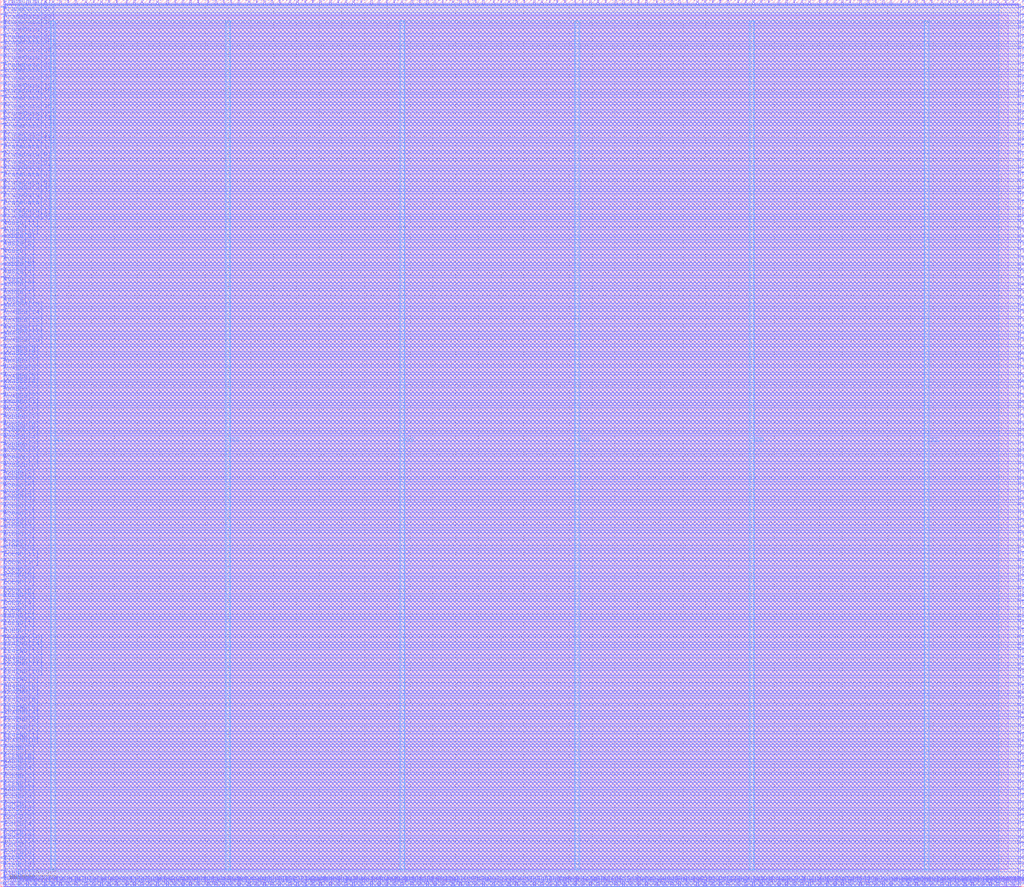
<source format=lef>
VERSION 5.7 ;
  NOWIREEXTENSIONATPIN ON ;
  DIVIDERCHAR "/" ;
  BUSBITCHARS "[]" ;
MACRO RegFile
  CLASS BLOCK ;
  FOREIGN RegFile ;
  ORIGIN 0.000 0.000 ;
  SIZE 450.000 BY 390.000 ;
  PIN E1BEG[0]
    DIRECTION OUTPUT TRISTATE ;
    USE SIGNAL ;
    PORT
      LAYER Metal3 ;
        RECT 448.000 1.400 450.000 1.960 ;
    END
  END E1BEG[0]
  PIN E1BEG[1]
    DIRECTION OUTPUT TRISTATE ;
    USE SIGNAL ;
    PORT
      LAYER Metal3 ;
        RECT 448.000 3.640 450.000 4.200 ;
    END
  END E1BEG[1]
  PIN E1BEG[2]
    DIRECTION OUTPUT TRISTATE ;
    USE SIGNAL ;
    PORT
      LAYER Metal3 ;
        RECT 448.000 7.000 450.000 7.560 ;
    END
  END E1BEG[2]
  PIN E1BEG[3]
    DIRECTION OUTPUT TRISTATE ;
    USE SIGNAL ;
    PORT
      LAYER Metal3 ;
        RECT 448.000 10.360 450.000 10.920 ;
    END
  END E1BEG[3]
  PIN E1END[0]
    DIRECTION INPUT ;
    USE SIGNAL ;
    PORT
      LAYER Metal3 ;
        RECT 0.000 1.400 2.000 1.960 ;
    END
  END E1END[0]
  PIN E1END[1]
    DIRECTION INPUT ;
    USE SIGNAL ;
    PORT
      LAYER Metal3 ;
        RECT 0.000 3.640 2.000 4.200 ;
    END
  END E1END[1]
  PIN E1END[2]
    DIRECTION INPUT ;
    USE SIGNAL ;
    PORT
      LAYER Metal3 ;
        RECT 0.000 7.000 2.000 7.560 ;
    END
  END E1END[2]
  PIN E1END[3]
    DIRECTION INPUT ;
    USE SIGNAL ;
    PORT
      LAYER Metal3 ;
        RECT 0.000 10.360 2.000 10.920 ;
    END
  END E1END[3]
  PIN E2BEG[0]
    DIRECTION OUTPUT TRISTATE ;
    USE SIGNAL ;
    PORT
      LAYER Metal3 ;
        RECT 448.000 12.600 450.000 13.160 ;
    END
  END E2BEG[0]
  PIN E2BEG[1]
    DIRECTION OUTPUT TRISTATE ;
    USE SIGNAL ;
    PORT
      LAYER Metal3 ;
        RECT 448.000 15.960 450.000 16.520 ;
    END
  END E2BEG[1]
  PIN E2BEG[2]
    DIRECTION OUTPUT TRISTATE ;
    USE SIGNAL ;
    PORT
      LAYER Metal3 ;
        RECT 448.000 19.320 450.000 19.880 ;
    END
  END E2BEG[2]
  PIN E2BEG[3]
    DIRECTION OUTPUT TRISTATE ;
    USE SIGNAL ;
    PORT
      LAYER Metal3 ;
        RECT 448.000 21.560 450.000 22.120 ;
    END
  END E2BEG[3]
  PIN E2BEG[4]
    DIRECTION OUTPUT TRISTATE ;
    USE SIGNAL ;
    PORT
      LAYER Metal3 ;
        RECT 448.000 24.920 450.000 25.480 ;
    END
  END E2BEG[4]
  PIN E2BEG[5]
    DIRECTION OUTPUT TRISTATE ;
    USE SIGNAL ;
    PORT
      LAYER Metal3 ;
        RECT 448.000 28.280 450.000 28.840 ;
    END
  END E2BEG[5]
  PIN E2BEG[6]
    DIRECTION OUTPUT TRISTATE ;
    USE SIGNAL ;
    PORT
      LAYER Metal3 ;
        RECT 448.000 31.640 450.000 32.200 ;
    END
  END E2BEG[6]
  PIN E2BEG[7]
    DIRECTION OUTPUT TRISTATE ;
    USE SIGNAL ;
    PORT
      LAYER Metal3 ;
        RECT 448.000 33.880 450.000 34.440 ;
    END
  END E2BEG[7]
  PIN E2BEGb[0]
    DIRECTION OUTPUT TRISTATE ;
    USE SIGNAL ;
    PORT
      LAYER Metal3 ;
        RECT 448.000 37.240 450.000 37.800 ;
    END
  END E2BEGb[0]
  PIN E2BEGb[1]
    DIRECTION OUTPUT TRISTATE ;
    USE SIGNAL ;
    PORT
      LAYER Metal3 ;
        RECT 448.000 40.600 450.000 41.160 ;
    END
  END E2BEGb[1]
  PIN E2BEGb[2]
    DIRECTION OUTPUT TRISTATE ;
    USE SIGNAL ;
    PORT
      LAYER Metal3 ;
        RECT 448.000 42.840 450.000 43.400 ;
    END
  END E2BEGb[2]
  PIN E2BEGb[3]
    DIRECTION OUTPUT TRISTATE ;
    USE SIGNAL ;
    PORT
      LAYER Metal3 ;
        RECT 448.000 46.200 450.000 46.760 ;
    END
  END E2BEGb[3]
  PIN E2BEGb[4]
    DIRECTION OUTPUT TRISTATE ;
    USE SIGNAL ;
    PORT
      LAYER Metal3 ;
        RECT 448.000 49.560 450.000 50.120 ;
    END
  END E2BEGb[4]
  PIN E2BEGb[5]
    DIRECTION OUTPUT TRISTATE ;
    USE SIGNAL ;
    PORT
      LAYER Metal3 ;
        RECT 448.000 52.920 450.000 53.480 ;
    END
  END E2BEGb[5]
  PIN E2BEGb[6]
    DIRECTION OUTPUT TRISTATE ;
    USE SIGNAL ;
    PORT
      LAYER Metal3 ;
        RECT 448.000 55.160 450.000 55.720 ;
    END
  END E2BEGb[6]
  PIN E2BEGb[7]
    DIRECTION OUTPUT TRISTATE ;
    USE SIGNAL ;
    PORT
      LAYER Metal3 ;
        RECT 448.000 58.520 450.000 59.080 ;
    END
  END E2BEGb[7]
  PIN E2END[0]
    DIRECTION INPUT ;
    USE SIGNAL ;
    PORT
      LAYER Metal3 ;
        RECT 0.000 37.240 2.000 37.800 ;
    END
  END E2END[0]
  PIN E2END[1]
    DIRECTION INPUT ;
    USE SIGNAL ;
    PORT
      LAYER Metal3 ;
        RECT 0.000 40.600 2.000 41.160 ;
    END
  END E2END[1]
  PIN E2END[2]
    DIRECTION INPUT ;
    USE SIGNAL ;
    PORT
      LAYER Metal3 ;
        RECT 0.000 42.840 2.000 43.400 ;
    END
  END E2END[2]
  PIN E2END[3]
    DIRECTION INPUT ;
    USE SIGNAL ;
    PORT
      LAYER Metal3 ;
        RECT 0.000 46.200 2.000 46.760 ;
    END
  END E2END[3]
  PIN E2END[4]
    DIRECTION INPUT ;
    USE SIGNAL ;
    PORT
      LAYER Metal3 ;
        RECT 0.000 49.560 2.000 50.120 ;
    END
  END E2END[4]
  PIN E2END[5]
    DIRECTION INPUT ;
    USE SIGNAL ;
    PORT
      LAYER Metal3 ;
        RECT 0.000 52.920 2.000 53.480 ;
    END
  END E2END[5]
  PIN E2END[6]
    DIRECTION INPUT ;
    USE SIGNAL ;
    PORT
      LAYER Metal3 ;
        RECT 0.000 55.160 2.000 55.720 ;
    END
  END E2END[6]
  PIN E2END[7]
    DIRECTION INPUT ;
    USE SIGNAL ;
    PORT
      LAYER Metal3 ;
        RECT 0.000 58.520 2.000 59.080 ;
    END
  END E2END[7]
  PIN E2MID[0]
    DIRECTION INPUT ;
    USE SIGNAL ;
    PORT
      LAYER Metal3 ;
        RECT 0.000 12.600 2.000 13.160 ;
    END
  END E2MID[0]
  PIN E2MID[1]
    DIRECTION INPUT ;
    USE SIGNAL ;
    PORT
      LAYER Metal3 ;
        RECT 0.000 15.960 2.000 16.520 ;
    END
  END E2MID[1]
  PIN E2MID[2]
    DIRECTION INPUT ;
    USE SIGNAL ;
    PORT
      LAYER Metal3 ;
        RECT 0.000 19.320 2.000 19.880 ;
    END
  END E2MID[2]
  PIN E2MID[3]
    DIRECTION INPUT ;
    USE SIGNAL ;
    PORT
      LAYER Metal3 ;
        RECT 0.000 21.560 2.000 22.120 ;
    END
  END E2MID[3]
  PIN E2MID[4]
    DIRECTION INPUT ;
    USE SIGNAL ;
    PORT
      LAYER Metal3 ;
        RECT 0.000 24.920 2.000 25.480 ;
    END
  END E2MID[4]
  PIN E2MID[5]
    DIRECTION INPUT ;
    USE SIGNAL ;
    PORT
      LAYER Metal3 ;
        RECT 0.000 28.280 2.000 28.840 ;
    END
  END E2MID[5]
  PIN E2MID[6]
    DIRECTION INPUT ;
    USE SIGNAL ;
    PORT
      LAYER Metal3 ;
        RECT 0.000 31.640 2.000 32.200 ;
    END
  END E2MID[6]
  PIN E2MID[7]
    DIRECTION INPUT ;
    USE SIGNAL ;
    PORT
      LAYER Metal3 ;
        RECT 0.000 33.880 2.000 34.440 ;
    END
  END E2MID[7]
  PIN E6BEG[0]
    DIRECTION OUTPUT TRISTATE ;
    USE SIGNAL ;
    PORT
      LAYER Metal3 ;
        RECT 448.000 110.040 450.000 110.600 ;
    END
  END E6BEG[0]
  PIN E6BEG[10]
    DIRECTION OUTPUT TRISTATE ;
    USE SIGNAL ;
    PORT
      LAYER Metal3 ;
        RECT 448.000 140.280 450.000 140.840 ;
    END
  END E6BEG[10]
  PIN E6BEG[11]
    DIRECTION OUTPUT TRISTATE ;
    USE SIGNAL ;
    PORT
      LAYER Metal3 ;
        RECT 448.000 143.640 450.000 144.200 ;
    END
  END E6BEG[11]
  PIN E6BEG[1]
    DIRECTION OUTPUT TRISTATE ;
    USE SIGNAL ;
    PORT
      LAYER Metal3 ;
        RECT 448.000 113.400 450.000 113.960 ;
    END
  END E6BEG[1]
  PIN E6BEG[2]
    DIRECTION OUTPUT TRISTATE ;
    USE SIGNAL ;
    PORT
      LAYER Metal3 ;
        RECT 448.000 116.760 450.000 117.320 ;
    END
  END E6BEG[2]
  PIN E6BEG[3]
    DIRECTION OUTPUT TRISTATE ;
    USE SIGNAL ;
    PORT
      LAYER Metal3 ;
        RECT 448.000 119.000 450.000 119.560 ;
    END
  END E6BEG[3]
  PIN E6BEG[4]
    DIRECTION OUTPUT TRISTATE ;
    USE SIGNAL ;
    PORT
      LAYER Metal3 ;
        RECT 448.000 122.360 450.000 122.920 ;
    END
  END E6BEG[4]
  PIN E6BEG[5]
    DIRECTION OUTPUT TRISTATE ;
    USE SIGNAL ;
    PORT
      LAYER Metal3 ;
        RECT 448.000 125.720 450.000 126.280 ;
    END
  END E6BEG[5]
  PIN E6BEG[6]
    DIRECTION OUTPUT TRISTATE ;
    USE SIGNAL ;
    PORT
      LAYER Metal3 ;
        RECT 448.000 127.960 450.000 128.520 ;
    END
  END E6BEG[6]
  PIN E6BEG[7]
    DIRECTION OUTPUT TRISTATE ;
    USE SIGNAL ;
    PORT
      LAYER Metal3 ;
        RECT 448.000 131.320 450.000 131.880 ;
    END
  END E6BEG[7]
  PIN E6BEG[8]
    DIRECTION OUTPUT TRISTATE ;
    USE SIGNAL ;
    PORT
      LAYER Metal3 ;
        RECT 448.000 134.680 450.000 135.240 ;
    END
  END E6BEG[8]
  PIN E6BEG[9]
    DIRECTION OUTPUT TRISTATE ;
    USE SIGNAL ;
    PORT
      LAYER Metal3 ;
        RECT 448.000 136.920 450.000 137.480 ;
    END
  END E6BEG[9]
  PIN E6END[0]
    DIRECTION INPUT ;
    USE SIGNAL ;
    PORT
      LAYER Metal3 ;
        RECT 0.000 110.040 2.000 110.600 ;
    END
  END E6END[0]
  PIN E6END[10]
    DIRECTION INPUT ;
    USE SIGNAL ;
    PORT
      LAYER Metal3 ;
        RECT 0.000 140.280 2.000 140.840 ;
    END
  END E6END[10]
  PIN E6END[11]
    DIRECTION INPUT ;
    USE SIGNAL ;
    PORT
      LAYER Metal3 ;
        RECT 0.000 143.640 2.000 144.200 ;
    END
  END E6END[11]
  PIN E6END[1]
    DIRECTION INPUT ;
    USE SIGNAL ;
    PORT
      LAYER Metal3 ;
        RECT 0.000 113.400 2.000 113.960 ;
    END
  END E6END[1]
  PIN E6END[2]
    DIRECTION INPUT ;
    USE SIGNAL ;
    PORT
      LAYER Metal3 ;
        RECT 0.000 116.760 2.000 117.320 ;
    END
  END E6END[2]
  PIN E6END[3]
    DIRECTION INPUT ;
    USE SIGNAL ;
    PORT
      LAYER Metal3 ;
        RECT 0.000 119.000 2.000 119.560 ;
    END
  END E6END[3]
  PIN E6END[4]
    DIRECTION INPUT ;
    USE SIGNAL ;
    PORT
      LAYER Metal3 ;
        RECT 0.000 122.360 2.000 122.920 ;
    END
  END E6END[4]
  PIN E6END[5]
    DIRECTION INPUT ;
    USE SIGNAL ;
    PORT
      LAYER Metal3 ;
        RECT 0.000 125.720 2.000 126.280 ;
    END
  END E6END[5]
  PIN E6END[6]
    DIRECTION INPUT ;
    USE SIGNAL ;
    PORT
      LAYER Metal3 ;
        RECT 0.000 127.960 2.000 128.520 ;
    END
  END E6END[6]
  PIN E6END[7]
    DIRECTION INPUT ;
    USE SIGNAL ;
    PORT
      LAYER Metal3 ;
        RECT 0.000 131.320 2.000 131.880 ;
    END
  END E6END[7]
  PIN E6END[8]
    DIRECTION INPUT ;
    USE SIGNAL ;
    PORT
      LAYER Metal3 ;
        RECT 0.000 134.680 2.000 135.240 ;
    END
  END E6END[8]
  PIN E6END[9]
    DIRECTION INPUT ;
    USE SIGNAL ;
    PORT
      LAYER Metal3 ;
        RECT 0.000 136.920 2.000 137.480 ;
    END
  END E6END[9]
  PIN EE4BEG[0]
    DIRECTION OUTPUT TRISTATE ;
    USE SIGNAL ;
    PORT
      LAYER Metal3 ;
        RECT 448.000 61.880 450.000 62.440 ;
    END
  END EE4BEG[0]
  PIN EE4BEG[10]
    DIRECTION OUTPUT TRISTATE ;
    USE SIGNAL ;
    PORT
      LAYER Metal3 ;
        RECT 448.000 92.120 450.000 92.680 ;
    END
  END EE4BEG[10]
  PIN EE4BEG[11]
    DIRECTION OUTPUT TRISTATE ;
    USE SIGNAL ;
    PORT
      LAYER Metal3 ;
        RECT 448.000 95.480 450.000 96.040 ;
    END
  END EE4BEG[11]
  PIN EE4BEG[12]
    DIRECTION OUTPUT TRISTATE ;
    USE SIGNAL ;
    PORT
      LAYER Metal3 ;
        RECT 448.000 97.720 450.000 98.280 ;
    END
  END EE4BEG[12]
  PIN EE4BEG[13]
    DIRECTION OUTPUT TRISTATE ;
    USE SIGNAL ;
    PORT
      LAYER Metal3 ;
        RECT 448.000 101.080 450.000 101.640 ;
    END
  END EE4BEG[13]
  PIN EE4BEG[14]
    DIRECTION OUTPUT TRISTATE ;
    USE SIGNAL ;
    PORT
      LAYER Metal3 ;
        RECT 448.000 104.440 450.000 105.000 ;
    END
  END EE4BEG[14]
  PIN EE4BEG[15]
    DIRECTION OUTPUT TRISTATE ;
    USE SIGNAL ;
    PORT
      LAYER Metal3 ;
        RECT 448.000 106.680 450.000 107.240 ;
    END
  END EE4BEG[15]
  PIN EE4BEG[1]
    DIRECTION OUTPUT TRISTATE ;
    USE SIGNAL ;
    PORT
      LAYER Metal3 ;
        RECT 448.000 64.120 450.000 64.680 ;
    END
  END EE4BEG[1]
  PIN EE4BEG[2]
    DIRECTION OUTPUT TRISTATE ;
    USE SIGNAL ;
    PORT
      LAYER Metal3 ;
        RECT 448.000 67.480 450.000 68.040 ;
    END
  END EE4BEG[2]
  PIN EE4BEG[3]
    DIRECTION OUTPUT TRISTATE ;
    USE SIGNAL ;
    PORT
      LAYER Metal3 ;
        RECT 448.000 70.840 450.000 71.400 ;
    END
  END EE4BEG[3]
  PIN EE4BEG[4]
    DIRECTION OUTPUT TRISTATE ;
    USE SIGNAL ;
    PORT
      LAYER Metal3 ;
        RECT 448.000 74.200 450.000 74.760 ;
    END
  END EE4BEG[4]
  PIN EE4BEG[5]
    DIRECTION OUTPUT TRISTATE ;
    USE SIGNAL ;
    PORT
      LAYER Metal3 ;
        RECT 448.000 76.440 450.000 77.000 ;
    END
  END EE4BEG[5]
  PIN EE4BEG[6]
    DIRECTION OUTPUT TRISTATE ;
    USE SIGNAL ;
    PORT
      LAYER Metal3 ;
        RECT 448.000 79.800 450.000 80.360 ;
    END
  END EE4BEG[6]
  PIN EE4BEG[7]
    DIRECTION OUTPUT TRISTATE ;
    USE SIGNAL ;
    PORT
      LAYER Metal3 ;
        RECT 448.000 83.160 450.000 83.720 ;
    END
  END EE4BEG[7]
  PIN EE4BEG[8]
    DIRECTION OUTPUT TRISTATE ;
    USE SIGNAL ;
    PORT
      LAYER Metal3 ;
        RECT 448.000 85.400 450.000 85.960 ;
    END
  END EE4BEG[8]
  PIN EE4BEG[9]
    DIRECTION OUTPUT TRISTATE ;
    USE SIGNAL ;
    PORT
      LAYER Metal3 ;
        RECT 448.000 88.760 450.000 89.320 ;
    END
  END EE4BEG[9]
  PIN EE4END[0]
    DIRECTION INPUT ;
    USE SIGNAL ;
    PORT
      LAYER Metal3 ;
        RECT 0.000 61.880 2.000 62.440 ;
    END
  END EE4END[0]
  PIN EE4END[10]
    DIRECTION INPUT ;
    USE SIGNAL ;
    PORT
      LAYER Metal3 ;
        RECT 0.000 92.120 2.000 92.680 ;
    END
  END EE4END[10]
  PIN EE4END[11]
    DIRECTION INPUT ;
    USE SIGNAL ;
    PORT
      LAYER Metal3 ;
        RECT 0.000 95.480 2.000 96.040 ;
    END
  END EE4END[11]
  PIN EE4END[12]
    DIRECTION INPUT ;
    USE SIGNAL ;
    PORT
      LAYER Metal3 ;
        RECT 0.000 97.720 2.000 98.280 ;
    END
  END EE4END[12]
  PIN EE4END[13]
    DIRECTION INPUT ;
    USE SIGNAL ;
    PORT
      LAYER Metal3 ;
        RECT 0.000 101.080 2.000 101.640 ;
    END
  END EE4END[13]
  PIN EE4END[14]
    DIRECTION INPUT ;
    USE SIGNAL ;
    PORT
      LAYER Metal3 ;
        RECT 0.000 104.440 2.000 105.000 ;
    END
  END EE4END[14]
  PIN EE4END[15]
    DIRECTION INPUT ;
    USE SIGNAL ;
    PORT
      LAYER Metal3 ;
        RECT 0.000 106.680 2.000 107.240 ;
    END
  END EE4END[15]
  PIN EE4END[1]
    DIRECTION INPUT ;
    USE SIGNAL ;
    PORT
      LAYER Metal3 ;
        RECT 0.000 64.120 2.000 64.680 ;
    END
  END EE4END[1]
  PIN EE4END[2]
    DIRECTION INPUT ;
    USE SIGNAL ;
    PORT
      LAYER Metal3 ;
        RECT 0.000 67.480 2.000 68.040 ;
    END
  END EE4END[2]
  PIN EE4END[3]
    DIRECTION INPUT ;
    USE SIGNAL ;
    PORT
      LAYER Metal3 ;
        RECT 0.000 70.840 2.000 71.400 ;
    END
  END EE4END[3]
  PIN EE4END[4]
    DIRECTION INPUT ;
    USE SIGNAL ;
    PORT
      LAYER Metal3 ;
        RECT 0.000 74.200 2.000 74.760 ;
    END
  END EE4END[4]
  PIN EE4END[5]
    DIRECTION INPUT ;
    USE SIGNAL ;
    PORT
      LAYER Metal3 ;
        RECT 0.000 76.440 2.000 77.000 ;
    END
  END EE4END[5]
  PIN EE4END[6]
    DIRECTION INPUT ;
    USE SIGNAL ;
    PORT
      LAYER Metal3 ;
        RECT 0.000 79.800 2.000 80.360 ;
    END
  END EE4END[6]
  PIN EE4END[7]
    DIRECTION INPUT ;
    USE SIGNAL ;
    PORT
      LAYER Metal3 ;
        RECT 0.000 83.160 2.000 83.720 ;
    END
  END EE4END[7]
  PIN EE4END[8]
    DIRECTION INPUT ;
    USE SIGNAL ;
    PORT
      LAYER Metal3 ;
        RECT 0.000 85.400 2.000 85.960 ;
    END
  END EE4END[8]
  PIN EE4END[9]
    DIRECTION INPUT ;
    USE SIGNAL ;
    PORT
      LAYER Metal3 ;
        RECT 0.000 88.760 2.000 89.320 ;
    END
  END EE4END[9]
  PIN FrameData[0]
    DIRECTION INPUT ;
    USE SIGNAL ;
    PORT
      LAYER Metal3 ;
        RECT 0.000 292.600 2.000 293.160 ;
    END
  END FrameData[0]
  PIN FrameData[10]
    DIRECTION INPUT ;
    USE SIGNAL ;
    PORT
      LAYER Metal3 ;
        RECT 0.000 322.840 2.000 323.400 ;
    END
  END FrameData[10]
  PIN FrameData[11]
    DIRECTION INPUT ;
    USE SIGNAL ;
    PORT
      LAYER Metal3 ;
        RECT 0.000 326.200 2.000 326.760 ;
    END
  END FrameData[11]
  PIN FrameData[12]
    DIRECTION INPUT ;
    USE SIGNAL ;
    PORT
      LAYER Metal3 ;
        RECT 0.000 328.440 2.000 329.000 ;
    END
  END FrameData[12]
  PIN FrameData[13]
    DIRECTION INPUT ;
    USE SIGNAL ;
    PORT
      LAYER Metal3 ;
        RECT 0.000 331.800 2.000 332.360 ;
    END
  END FrameData[13]
  PIN FrameData[14]
    DIRECTION INPUT ;
    USE SIGNAL ;
    PORT
      LAYER Metal3 ;
        RECT 0.000 335.160 2.000 335.720 ;
    END
  END FrameData[14]
  PIN FrameData[15]
    DIRECTION INPUT ;
    USE SIGNAL ;
    PORT
      LAYER Metal3 ;
        RECT 0.000 337.400 2.000 337.960 ;
    END
  END FrameData[15]
  PIN FrameData[16]
    DIRECTION INPUT ;
    USE SIGNAL ;
    PORT
      LAYER Metal3 ;
        RECT 0.000 340.760 2.000 341.320 ;
    END
  END FrameData[16]
  PIN FrameData[17]
    DIRECTION INPUT ;
    USE SIGNAL ;
    PORT
      LAYER Metal3 ;
        RECT 0.000 344.120 2.000 344.680 ;
    END
  END FrameData[17]
  PIN FrameData[18]
    DIRECTION INPUT ;
    USE SIGNAL ;
    PORT
      LAYER Metal3 ;
        RECT 0.000 347.480 2.000 348.040 ;
    END
  END FrameData[18]
  PIN FrameData[19]
    DIRECTION INPUT ;
    USE SIGNAL ;
    PORT
      LAYER Metal3 ;
        RECT 0.000 349.720 2.000 350.280 ;
    END
  END FrameData[19]
  PIN FrameData[1]
    DIRECTION INPUT ;
    USE SIGNAL ;
    PORT
      LAYER Metal3 ;
        RECT 0.000 294.840 2.000 295.400 ;
    END
  END FrameData[1]
  PIN FrameData[20]
    DIRECTION INPUT ;
    USE SIGNAL ;
    PORT
      LAYER Metal3 ;
        RECT 0.000 353.080 2.000 353.640 ;
    END
  END FrameData[20]
  PIN FrameData[21]
    DIRECTION INPUT ;
    USE SIGNAL ;
    PORT
      LAYER Metal3 ;
        RECT 0.000 356.440 2.000 357.000 ;
    END
  END FrameData[21]
  PIN FrameData[22]
    DIRECTION INPUT ;
    USE SIGNAL ;
    PORT
      LAYER Metal3 ;
        RECT 0.000 358.680 2.000 359.240 ;
    END
  END FrameData[22]
  PIN FrameData[23]
    DIRECTION INPUT ;
    USE SIGNAL ;
    PORT
      LAYER Metal3 ;
        RECT 0.000 362.040 2.000 362.600 ;
    END
  END FrameData[23]
  PIN FrameData[24]
    DIRECTION INPUT ;
    USE SIGNAL ;
    PORT
      LAYER Metal3 ;
        RECT 0.000 365.400 2.000 365.960 ;
    END
  END FrameData[24]
  PIN FrameData[25]
    DIRECTION INPUT ;
    USE SIGNAL ;
    PORT
      LAYER Metal3 ;
        RECT 0.000 368.760 2.000 369.320 ;
    END
  END FrameData[25]
  PIN FrameData[26]
    DIRECTION INPUT ;
    USE SIGNAL ;
    PORT
      LAYER Metal3 ;
        RECT 0.000 371.000 2.000 371.560 ;
    END
  END FrameData[26]
  PIN FrameData[27]
    DIRECTION INPUT ;
    USE SIGNAL ;
    PORT
      LAYER Metal3 ;
        RECT 0.000 374.360 2.000 374.920 ;
    END
  END FrameData[27]
  PIN FrameData[28]
    DIRECTION INPUT ;
    USE SIGNAL ;
    PORT
      LAYER Metal3 ;
        RECT 0.000 377.720 2.000 378.280 ;
    END
  END FrameData[28]
  PIN FrameData[29]
    DIRECTION INPUT ;
    USE SIGNAL ;
    PORT
      LAYER Metal3 ;
        RECT 0.000 379.960 2.000 380.520 ;
    END
  END FrameData[29]
  PIN FrameData[2]
    DIRECTION INPUT ;
    USE SIGNAL ;
    PORT
      LAYER Metal3 ;
        RECT 0.000 298.200 2.000 298.760 ;
    END
  END FrameData[2]
  PIN FrameData[30]
    DIRECTION INPUT ;
    USE SIGNAL ;
    PORT
      LAYER Metal3 ;
        RECT 0.000 383.320 2.000 383.880 ;
    END
  END FrameData[30]
  PIN FrameData[31]
    DIRECTION INPUT ;
    USE SIGNAL ;
    PORT
      LAYER Metal3 ;
        RECT 0.000 386.680 2.000 387.240 ;
    END
  END FrameData[31]
  PIN FrameData[3]
    DIRECTION INPUT ;
    USE SIGNAL ;
    PORT
      LAYER Metal3 ;
        RECT 0.000 301.560 2.000 302.120 ;
    END
  END FrameData[3]
  PIN FrameData[4]
    DIRECTION INPUT ;
    USE SIGNAL ;
    PORT
      LAYER Metal3 ;
        RECT 0.000 304.920 2.000 305.480 ;
    END
  END FrameData[4]
  PIN FrameData[5]
    DIRECTION INPUT ;
    USE SIGNAL ;
    PORT
      LAYER Metal3 ;
        RECT 0.000 307.160 2.000 307.720 ;
    END
  END FrameData[5]
  PIN FrameData[6]
    DIRECTION INPUT ;
    USE SIGNAL ;
    PORT
      LAYER Metal3 ;
        RECT 0.000 310.520 2.000 311.080 ;
    END
  END FrameData[6]
  PIN FrameData[7]
    DIRECTION INPUT ;
    USE SIGNAL ;
    PORT
      LAYER Metal3 ;
        RECT 0.000 313.880 2.000 314.440 ;
    END
  END FrameData[7]
  PIN FrameData[8]
    DIRECTION INPUT ;
    USE SIGNAL ;
    PORT
      LAYER Metal3 ;
        RECT 0.000 316.120 2.000 316.680 ;
    END
  END FrameData[8]
  PIN FrameData[9]
    DIRECTION INPUT ;
    USE SIGNAL ;
    PORT
      LAYER Metal3 ;
        RECT 0.000 319.480 2.000 320.040 ;
    END
  END FrameData[9]
  PIN FrameData_O[0]
    DIRECTION OUTPUT TRISTATE ;
    USE SIGNAL ;
    PORT
      LAYER Metal3 ;
        RECT 448.000 292.600 450.000 293.160 ;
    END
  END FrameData_O[0]
  PIN FrameData_O[10]
    DIRECTION OUTPUT TRISTATE ;
    USE SIGNAL ;
    PORT
      LAYER Metal3 ;
        RECT 448.000 322.840 450.000 323.400 ;
    END
  END FrameData_O[10]
  PIN FrameData_O[11]
    DIRECTION OUTPUT TRISTATE ;
    USE SIGNAL ;
    PORT
      LAYER Metal3 ;
        RECT 448.000 326.200 450.000 326.760 ;
    END
  END FrameData_O[11]
  PIN FrameData_O[12]
    DIRECTION OUTPUT TRISTATE ;
    USE SIGNAL ;
    PORT
      LAYER Metal3 ;
        RECT 448.000 328.440 450.000 329.000 ;
    END
  END FrameData_O[12]
  PIN FrameData_O[13]
    DIRECTION OUTPUT TRISTATE ;
    USE SIGNAL ;
    PORT
      LAYER Metal3 ;
        RECT 448.000 331.800 450.000 332.360 ;
    END
  END FrameData_O[13]
  PIN FrameData_O[14]
    DIRECTION OUTPUT TRISTATE ;
    USE SIGNAL ;
    PORT
      LAYER Metal3 ;
        RECT 448.000 335.160 450.000 335.720 ;
    END
  END FrameData_O[14]
  PIN FrameData_O[15]
    DIRECTION OUTPUT TRISTATE ;
    USE SIGNAL ;
    PORT
      LAYER Metal3 ;
        RECT 448.000 337.400 450.000 337.960 ;
    END
  END FrameData_O[15]
  PIN FrameData_O[16]
    DIRECTION OUTPUT TRISTATE ;
    USE SIGNAL ;
    PORT
      LAYER Metal3 ;
        RECT 448.000 340.760 450.000 341.320 ;
    END
  END FrameData_O[16]
  PIN FrameData_O[17]
    DIRECTION OUTPUT TRISTATE ;
    USE SIGNAL ;
    PORT
      LAYER Metal3 ;
        RECT 448.000 344.120 450.000 344.680 ;
    END
  END FrameData_O[17]
  PIN FrameData_O[18]
    DIRECTION OUTPUT TRISTATE ;
    USE SIGNAL ;
    PORT
      LAYER Metal3 ;
        RECT 448.000 347.480 450.000 348.040 ;
    END
  END FrameData_O[18]
  PIN FrameData_O[19]
    DIRECTION OUTPUT TRISTATE ;
    USE SIGNAL ;
    PORT
      LAYER Metal3 ;
        RECT 448.000 349.720 450.000 350.280 ;
    END
  END FrameData_O[19]
  PIN FrameData_O[1]
    DIRECTION OUTPUT TRISTATE ;
    USE SIGNAL ;
    PORT
      LAYER Metal3 ;
        RECT 448.000 294.840 450.000 295.400 ;
    END
  END FrameData_O[1]
  PIN FrameData_O[20]
    DIRECTION OUTPUT TRISTATE ;
    USE SIGNAL ;
    PORT
      LAYER Metal3 ;
        RECT 448.000 353.080 450.000 353.640 ;
    END
  END FrameData_O[20]
  PIN FrameData_O[21]
    DIRECTION OUTPUT TRISTATE ;
    USE SIGNAL ;
    PORT
      LAYER Metal3 ;
        RECT 448.000 356.440 450.000 357.000 ;
    END
  END FrameData_O[21]
  PIN FrameData_O[22]
    DIRECTION OUTPUT TRISTATE ;
    USE SIGNAL ;
    PORT
      LAYER Metal3 ;
        RECT 448.000 358.680 450.000 359.240 ;
    END
  END FrameData_O[22]
  PIN FrameData_O[23]
    DIRECTION OUTPUT TRISTATE ;
    USE SIGNAL ;
    PORT
      LAYER Metal3 ;
        RECT 448.000 362.040 450.000 362.600 ;
    END
  END FrameData_O[23]
  PIN FrameData_O[24]
    DIRECTION OUTPUT TRISTATE ;
    USE SIGNAL ;
    PORT
      LAYER Metal3 ;
        RECT 448.000 365.400 450.000 365.960 ;
    END
  END FrameData_O[24]
  PIN FrameData_O[25]
    DIRECTION OUTPUT TRISTATE ;
    USE SIGNAL ;
    PORT
      LAYER Metal3 ;
        RECT 448.000 368.760 450.000 369.320 ;
    END
  END FrameData_O[25]
  PIN FrameData_O[26]
    DIRECTION OUTPUT TRISTATE ;
    USE SIGNAL ;
    PORT
      LAYER Metal3 ;
        RECT 448.000 371.000 450.000 371.560 ;
    END
  END FrameData_O[26]
  PIN FrameData_O[27]
    DIRECTION OUTPUT TRISTATE ;
    USE SIGNAL ;
    PORT
      LAYER Metal3 ;
        RECT 448.000 374.360 450.000 374.920 ;
    END
  END FrameData_O[27]
  PIN FrameData_O[28]
    DIRECTION OUTPUT TRISTATE ;
    USE SIGNAL ;
    PORT
      LAYER Metal3 ;
        RECT 448.000 377.720 450.000 378.280 ;
    END
  END FrameData_O[28]
  PIN FrameData_O[29]
    DIRECTION OUTPUT TRISTATE ;
    USE SIGNAL ;
    PORT
      LAYER Metal3 ;
        RECT 448.000 379.960 450.000 380.520 ;
    END
  END FrameData_O[29]
  PIN FrameData_O[2]
    DIRECTION OUTPUT TRISTATE ;
    USE SIGNAL ;
    PORT
      LAYER Metal3 ;
        RECT 448.000 298.200 450.000 298.760 ;
    END
  END FrameData_O[2]
  PIN FrameData_O[30]
    DIRECTION OUTPUT TRISTATE ;
    USE SIGNAL ;
    PORT
      LAYER Metal3 ;
        RECT 448.000 383.320 450.000 383.880 ;
    END
  END FrameData_O[30]
  PIN FrameData_O[31]
    DIRECTION OUTPUT TRISTATE ;
    USE SIGNAL ;
    PORT
      LAYER Metal3 ;
        RECT 448.000 386.680 450.000 387.240 ;
    END
  END FrameData_O[31]
  PIN FrameData_O[3]
    DIRECTION OUTPUT TRISTATE ;
    USE SIGNAL ;
    PORT
      LAYER Metal3 ;
        RECT 448.000 301.560 450.000 302.120 ;
    END
  END FrameData_O[3]
  PIN FrameData_O[4]
    DIRECTION OUTPUT TRISTATE ;
    USE SIGNAL ;
    PORT
      LAYER Metal3 ;
        RECT 448.000 304.920 450.000 305.480 ;
    END
  END FrameData_O[4]
  PIN FrameData_O[5]
    DIRECTION OUTPUT TRISTATE ;
    USE SIGNAL ;
    PORT
      LAYER Metal3 ;
        RECT 448.000 307.160 450.000 307.720 ;
    END
  END FrameData_O[5]
  PIN FrameData_O[6]
    DIRECTION OUTPUT TRISTATE ;
    USE SIGNAL ;
    PORT
      LAYER Metal3 ;
        RECT 448.000 310.520 450.000 311.080 ;
    END
  END FrameData_O[6]
  PIN FrameData_O[7]
    DIRECTION OUTPUT TRISTATE ;
    USE SIGNAL ;
    PORT
      LAYER Metal3 ;
        RECT 448.000 313.880 450.000 314.440 ;
    END
  END FrameData_O[7]
  PIN FrameData_O[8]
    DIRECTION OUTPUT TRISTATE ;
    USE SIGNAL ;
    PORT
      LAYER Metal3 ;
        RECT 448.000 316.120 450.000 316.680 ;
    END
  END FrameData_O[8]
  PIN FrameData_O[9]
    DIRECTION OUTPUT TRISTATE ;
    USE SIGNAL ;
    PORT
      LAYER Metal3 ;
        RECT 448.000 319.480 450.000 320.040 ;
    END
  END FrameData_O[9]
  PIN FrameStrobe[0]
    DIRECTION INPUT ;
    USE SIGNAL ;
    PORT
      LAYER Metal2 ;
        RECT 377.720 0.000 378.280 2.000 ;
    END
  END FrameStrobe[0]
  PIN FrameStrobe[10]
    DIRECTION INPUT ;
    USE SIGNAL ;
    PORT
      LAYER Metal2 ;
        RECT 413.560 0.000 414.120 2.000 ;
    END
  END FrameStrobe[10]
  PIN FrameStrobe[11]
    DIRECTION INPUT ;
    USE SIGNAL ;
    PORT
      LAYER Metal2 ;
        RECT 416.920 0.000 417.480 2.000 ;
    END
  END FrameStrobe[11]
  PIN FrameStrobe[12]
    DIRECTION INPUT ;
    USE SIGNAL ;
    PORT
      LAYER Metal2 ;
        RECT 420.280 0.000 420.840 2.000 ;
    END
  END FrameStrobe[12]
  PIN FrameStrobe[13]
    DIRECTION INPUT ;
    USE SIGNAL ;
    PORT
      LAYER Metal2 ;
        RECT 423.640 0.000 424.200 2.000 ;
    END
  END FrameStrobe[13]
  PIN FrameStrobe[14]
    DIRECTION INPUT ;
    USE SIGNAL ;
    PORT
      LAYER Metal2 ;
        RECT 427.000 0.000 427.560 2.000 ;
    END
  END FrameStrobe[14]
  PIN FrameStrobe[15]
    DIRECTION INPUT ;
    USE SIGNAL ;
    PORT
      LAYER Metal2 ;
        RECT 431.480 0.000 432.040 2.000 ;
    END
  END FrameStrobe[15]
  PIN FrameStrobe[16]
    DIRECTION INPUT ;
    USE SIGNAL ;
    PORT
      LAYER Metal2 ;
        RECT 434.840 0.000 435.400 2.000 ;
    END
  END FrameStrobe[16]
  PIN FrameStrobe[17]
    DIRECTION INPUT ;
    USE SIGNAL ;
    PORT
      LAYER Metal2 ;
        RECT 438.200 0.000 438.760 2.000 ;
    END
  END FrameStrobe[17]
  PIN FrameStrobe[18]
    DIRECTION INPUT ;
    USE SIGNAL ;
    PORT
      LAYER Metal2 ;
        RECT 441.560 0.000 442.120 2.000 ;
    END
  END FrameStrobe[18]
  PIN FrameStrobe[19]
    DIRECTION INPUT ;
    USE SIGNAL ;
    PORT
      LAYER Metal2 ;
        RECT 444.920 0.000 445.480 2.000 ;
    END
  END FrameStrobe[19]
  PIN FrameStrobe[1]
    DIRECTION INPUT ;
    USE SIGNAL ;
    PORT
      LAYER Metal2 ;
        RECT 381.080 0.000 381.640 2.000 ;
    END
  END FrameStrobe[1]
  PIN FrameStrobe[2]
    DIRECTION INPUT ;
    USE SIGNAL ;
    PORT
      LAYER Metal2 ;
        RECT 384.440 0.000 385.000 2.000 ;
    END
  END FrameStrobe[2]
  PIN FrameStrobe[3]
    DIRECTION INPUT ;
    USE SIGNAL ;
    PORT
      LAYER Metal2 ;
        RECT 387.800 0.000 388.360 2.000 ;
    END
  END FrameStrobe[3]
  PIN FrameStrobe[4]
    DIRECTION INPUT ;
    USE SIGNAL ;
    PORT
      LAYER Metal2 ;
        RECT 391.160 0.000 391.720 2.000 ;
    END
  END FrameStrobe[4]
  PIN FrameStrobe[5]
    DIRECTION INPUT ;
    USE SIGNAL ;
    PORT
      LAYER Metal2 ;
        RECT 395.640 0.000 396.200 2.000 ;
    END
  END FrameStrobe[5]
  PIN FrameStrobe[6]
    DIRECTION INPUT ;
    USE SIGNAL ;
    PORT
      LAYER Metal2 ;
        RECT 399.000 0.000 399.560 2.000 ;
    END
  END FrameStrobe[6]
  PIN FrameStrobe[7]
    DIRECTION INPUT ;
    USE SIGNAL ;
    PORT
      LAYER Metal2 ;
        RECT 402.360 0.000 402.920 2.000 ;
    END
  END FrameStrobe[7]
  PIN FrameStrobe[8]
    DIRECTION INPUT ;
    USE SIGNAL ;
    PORT
      LAYER Metal2 ;
        RECT 405.720 0.000 406.280 2.000 ;
    END
  END FrameStrobe[8]
  PIN FrameStrobe[9]
    DIRECTION INPUT ;
    USE SIGNAL ;
    PORT
      LAYER Metal2 ;
        RECT 409.080 0.000 409.640 2.000 ;
    END
  END FrameStrobe[9]
  PIN FrameStrobe_O[0]
    DIRECTION OUTPUT TRISTATE ;
    USE SIGNAL ;
    PORT
      LAYER Metal2 ;
        RECT 377.720 388.000 378.280 390.000 ;
    END
  END FrameStrobe_O[0]
  PIN FrameStrobe_O[10]
    DIRECTION OUTPUT TRISTATE ;
    USE SIGNAL ;
    PORT
      LAYER Metal2 ;
        RECT 413.560 388.000 414.120 390.000 ;
    END
  END FrameStrobe_O[10]
  PIN FrameStrobe_O[11]
    DIRECTION OUTPUT TRISTATE ;
    USE SIGNAL ;
    PORT
      LAYER Metal2 ;
        RECT 416.920 388.000 417.480 390.000 ;
    END
  END FrameStrobe_O[11]
  PIN FrameStrobe_O[12]
    DIRECTION OUTPUT TRISTATE ;
    USE SIGNAL ;
    PORT
      LAYER Metal2 ;
        RECT 420.280 388.000 420.840 390.000 ;
    END
  END FrameStrobe_O[12]
  PIN FrameStrobe_O[13]
    DIRECTION OUTPUT TRISTATE ;
    USE SIGNAL ;
    PORT
      LAYER Metal2 ;
        RECT 423.640 388.000 424.200 390.000 ;
    END
  END FrameStrobe_O[13]
  PIN FrameStrobe_O[14]
    DIRECTION OUTPUT TRISTATE ;
    USE SIGNAL ;
    PORT
      LAYER Metal2 ;
        RECT 427.000 388.000 427.560 390.000 ;
    END
  END FrameStrobe_O[14]
  PIN FrameStrobe_O[15]
    DIRECTION OUTPUT TRISTATE ;
    USE SIGNAL ;
    PORT
      LAYER Metal2 ;
        RECT 431.480 388.000 432.040 390.000 ;
    END
  END FrameStrobe_O[15]
  PIN FrameStrobe_O[16]
    DIRECTION OUTPUT TRISTATE ;
    USE SIGNAL ;
    PORT
      LAYER Metal2 ;
        RECT 434.840 388.000 435.400 390.000 ;
    END
  END FrameStrobe_O[16]
  PIN FrameStrobe_O[17]
    DIRECTION OUTPUT TRISTATE ;
    USE SIGNAL ;
    PORT
      LAYER Metal2 ;
        RECT 438.200 388.000 438.760 390.000 ;
    END
  END FrameStrobe_O[17]
  PIN FrameStrobe_O[18]
    DIRECTION OUTPUT TRISTATE ;
    USE SIGNAL ;
    PORT
      LAYER Metal2 ;
        RECT 441.560 388.000 442.120 390.000 ;
    END
  END FrameStrobe_O[18]
  PIN FrameStrobe_O[19]
    DIRECTION OUTPUT TRISTATE ;
    USE SIGNAL ;
    PORT
      LAYER Metal2 ;
        RECT 444.920 388.000 445.480 390.000 ;
    END
  END FrameStrobe_O[19]
  PIN FrameStrobe_O[1]
    DIRECTION OUTPUT TRISTATE ;
    USE SIGNAL ;
    PORT
      LAYER Metal2 ;
        RECT 381.080 388.000 381.640 390.000 ;
    END
  END FrameStrobe_O[1]
  PIN FrameStrobe_O[2]
    DIRECTION OUTPUT TRISTATE ;
    USE SIGNAL ;
    PORT
      LAYER Metal2 ;
        RECT 384.440 388.000 385.000 390.000 ;
    END
  END FrameStrobe_O[2]
  PIN FrameStrobe_O[3]
    DIRECTION OUTPUT TRISTATE ;
    USE SIGNAL ;
    PORT
      LAYER Metal2 ;
        RECT 387.800 388.000 388.360 390.000 ;
    END
  END FrameStrobe_O[3]
  PIN FrameStrobe_O[4]
    DIRECTION OUTPUT TRISTATE ;
    USE SIGNAL ;
    PORT
      LAYER Metal2 ;
        RECT 391.160 388.000 391.720 390.000 ;
    END
  END FrameStrobe_O[4]
  PIN FrameStrobe_O[5]
    DIRECTION OUTPUT TRISTATE ;
    USE SIGNAL ;
    PORT
      LAYER Metal2 ;
        RECT 395.640 388.000 396.200 390.000 ;
    END
  END FrameStrobe_O[5]
  PIN FrameStrobe_O[6]
    DIRECTION OUTPUT TRISTATE ;
    USE SIGNAL ;
    PORT
      LAYER Metal2 ;
        RECT 399.000 388.000 399.560 390.000 ;
    END
  END FrameStrobe_O[6]
  PIN FrameStrobe_O[7]
    DIRECTION OUTPUT TRISTATE ;
    USE SIGNAL ;
    PORT
      LAYER Metal2 ;
        RECT 402.360 388.000 402.920 390.000 ;
    END
  END FrameStrobe_O[7]
  PIN FrameStrobe_O[8]
    DIRECTION OUTPUT TRISTATE ;
    USE SIGNAL ;
    PORT
      LAYER Metal2 ;
        RECT 405.720 388.000 406.280 390.000 ;
    END
  END FrameStrobe_O[8]
  PIN FrameStrobe_O[9]
    DIRECTION OUTPUT TRISTATE ;
    USE SIGNAL ;
    PORT
      LAYER Metal2 ;
        RECT 409.080 388.000 409.640 390.000 ;
    END
  END FrameStrobe_O[9]
  PIN N1BEG[0]
    DIRECTION OUTPUT TRISTATE ;
    USE SIGNAL ;
    PORT
      LAYER Metal2 ;
        RECT 1.400 388.000 1.960 390.000 ;
    END
  END N1BEG[0]
  PIN N1BEG[1]
    DIRECTION OUTPUT TRISTATE ;
    USE SIGNAL ;
    PORT
      LAYER Metal2 ;
        RECT 4.760 388.000 5.320 390.000 ;
    END
  END N1BEG[1]
  PIN N1BEG[2]
    DIRECTION OUTPUT TRISTATE ;
    USE SIGNAL ;
    PORT
      LAYER Metal2 ;
        RECT 8.120 388.000 8.680 390.000 ;
    END
  END N1BEG[2]
  PIN N1BEG[3]
    DIRECTION OUTPUT TRISTATE ;
    USE SIGNAL ;
    PORT
      LAYER Metal2 ;
        RECT 11.480 388.000 12.040 390.000 ;
    END
  END N1BEG[3]
  PIN N1END[0]
    DIRECTION INPUT ;
    USE SIGNAL ;
    PORT
      LAYER Metal2 ;
        RECT 1.400 0.000 1.960 2.000 ;
    END
  END N1END[0]
  PIN N1END[1]
    DIRECTION INPUT ;
    USE SIGNAL ;
    PORT
      LAYER Metal2 ;
        RECT 4.760 0.000 5.320 2.000 ;
    END
  END N1END[1]
  PIN N1END[2]
    DIRECTION INPUT ;
    USE SIGNAL ;
    PORT
      LAYER Metal2 ;
        RECT 8.120 0.000 8.680 2.000 ;
    END
  END N1END[2]
  PIN N1END[3]
    DIRECTION INPUT ;
    USE SIGNAL ;
    PORT
      LAYER Metal2 ;
        RECT 11.480 0.000 12.040 2.000 ;
    END
  END N1END[3]
  PIN N2BEG[0]
    DIRECTION OUTPUT TRISTATE ;
    USE SIGNAL ;
    PORT
      LAYER Metal2 ;
        RECT 14.840 388.000 15.400 390.000 ;
    END
  END N2BEG[0]
  PIN N2BEG[1]
    DIRECTION OUTPUT TRISTATE ;
    USE SIGNAL ;
    PORT
      LAYER Metal2 ;
        RECT 19.320 388.000 19.880 390.000 ;
    END
  END N2BEG[1]
  PIN N2BEG[2]
    DIRECTION OUTPUT TRISTATE ;
    USE SIGNAL ;
    PORT
      LAYER Metal2 ;
        RECT 22.680 388.000 23.240 390.000 ;
    END
  END N2BEG[2]
  PIN N2BEG[3]
    DIRECTION OUTPUT TRISTATE ;
    USE SIGNAL ;
    PORT
      LAYER Metal2 ;
        RECT 26.040 388.000 26.600 390.000 ;
    END
  END N2BEG[3]
  PIN N2BEG[4]
    DIRECTION OUTPUT TRISTATE ;
    USE SIGNAL ;
    PORT
      LAYER Metal2 ;
        RECT 29.400 388.000 29.960 390.000 ;
    END
  END N2BEG[4]
  PIN N2BEG[5]
    DIRECTION OUTPUT TRISTATE ;
    USE SIGNAL ;
    PORT
      LAYER Metal2 ;
        RECT 32.760 388.000 33.320 390.000 ;
    END
  END N2BEG[5]
  PIN N2BEG[6]
    DIRECTION OUTPUT TRISTATE ;
    USE SIGNAL ;
    PORT
      LAYER Metal2 ;
        RECT 37.240 388.000 37.800 390.000 ;
    END
  END N2BEG[6]
  PIN N2BEG[7]
    DIRECTION OUTPUT TRISTATE ;
    USE SIGNAL ;
    PORT
      LAYER Metal2 ;
        RECT 40.600 388.000 41.160 390.000 ;
    END
  END N2BEG[7]
  PIN N2BEGb[0]
    DIRECTION OUTPUT TRISTATE ;
    USE SIGNAL ;
    PORT
      LAYER Metal2 ;
        RECT 43.960 388.000 44.520 390.000 ;
    END
  END N2BEGb[0]
  PIN N2BEGb[1]
    DIRECTION OUTPUT TRISTATE ;
    USE SIGNAL ;
    PORT
      LAYER Metal2 ;
        RECT 47.320 388.000 47.880 390.000 ;
    END
  END N2BEGb[1]
  PIN N2BEGb[2]
    DIRECTION OUTPUT TRISTATE ;
    USE SIGNAL ;
    PORT
      LAYER Metal2 ;
        RECT 50.680 388.000 51.240 390.000 ;
    END
  END N2BEGb[2]
  PIN N2BEGb[3]
    DIRECTION OUTPUT TRISTATE ;
    USE SIGNAL ;
    PORT
      LAYER Metal2 ;
        RECT 55.160 388.000 55.720 390.000 ;
    END
  END N2BEGb[3]
  PIN N2BEGb[4]
    DIRECTION OUTPUT TRISTATE ;
    USE SIGNAL ;
    PORT
      LAYER Metal2 ;
        RECT 58.520 388.000 59.080 390.000 ;
    END
  END N2BEGb[4]
  PIN N2BEGb[5]
    DIRECTION OUTPUT TRISTATE ;
    USE SIGNAL ;
    PORT
      LAYER Metal2 ;
        RECT 61.880 388.000 62.440 390.000 ;
    END
  END N2BEGb[5]
  PIN N2BEGb[6]
    DIRECTION OUTPUT TRISTATE ;
    USE SIGNAL ;
    PORT
      LAYER Metal2 ;
        RECT 65.240 388.000 65.800 390.000 ;
    END
  END N2BEGb[6]
  PIN N2BEGb[7]
    DIRECTION OUTPUT TRISTATE ;
    USE SIGNAL ;
    PORT
      LAYER Metal2 ;
        RECT 68.600 388.000 69.160 390.000 ;
    END
  END N2BEGb[7]
  PIN N2END[0]
    DIRECTION INPUT ;
    USE SIGNAL ;
    PORT
      LAYER Metal2 ;
        RECT 43.960 0.000 44.520 2.000 ;
    END
  END N2END[0]
  PIN N2END[1]
    DIRECTION INPUT ;
    USE SIGNAL ;
    PORT
      LAYER Metal2 ;
        RECT 47.320 0.000 47.880 2.000 ;
    END
  END N2END[1]
  PIN N2END[2]
    DIRECTION INPUT ;
    USE SIGNAL ;
    PORT
      LAYER Metal2 ;
        RECT 50.680 0.000 51.240 2.000 ;
    END
  END N2END[2]
  PIN N2END[3]
    DIRECTION INPUT ;
    USE SIGNAL ;
    PORT
      LAYER Metal2 ;
        RECT 55.160 0.000 55.720 2.000 ;
    END
  END N2END[3]
  PIN N2END[4]
    DIRECTION INPUT ;
    USE SIGNAL ;
    PORT
      LAYER Metal2 ;
        RECT 58.520 0.000 59.080 2.000 ;
    END
  END N2END[4]
  PIN N2END[5]
    DIRECTION INPUT ;
    USE SIGNAL ;
    PORT
      LAYER Metal2 ;
        RECT 61.880 0.000 62.440 2.000 ;
    END
  END N2END[5]
  PIN N2END[6]
    DIRECTION INPUT ;
    USE SIGNAL ;
    PORT
      LAYER Metal2 ;
        RECT 65.240 0.000 65.800 2.000 ;
    END
  END N2END[6]
  PIN N2END[7]
    DIRECTION INPUT ;
    USE SIGNAL ;
    PORT
      LAYER Metal2 ;
        RECT 68.600 0.000 69.160 2.000 ;
    END
  END N2END[7]
  PIN N2MID[0]
    DIRECTION INPUT ;
    USE SIGNAL ;
    PORT
      LAYER Metal2 ;
        RECT 14.840 0.000 15.400 2.000 ;
    END
  END N2MID[0]
  PIN N2MID[1]
    DIRECTION INPUT ;
    USE SIGNAL ;
    PORT
      LAYER Metal2 ;
        RECT 19.320 0.000 19.880 2.000 ;
    END
  END N2MID[1]
  PIN N2MID[2]
    DIRECTION INPUT ;
    USE SIGNAL ;
    PORT
      LAYER Metal2 ;
        RECT 22.680 0.000 23.240 2.000 ;
    END
  END N2MID[2]
  PIN N2MID[3]
    DIRECTION INPUT ;
    USE SIGNAL ;
    PORT
      LAYER Metal2 ;
        RECT 26.040 0.000 26.600 2.000 ;
    END
  END N2MID[3]
  PIN N2MID[4]
    DIRECTION INPUT ;
    USE SIGNAL ;
    PORT
      LAYER Metal2 ;
        RECT 29.400 0.000 29.960 2.000 ;
    END
  END N2MID[4]
  PIN N2MID[5]
    DIRECTION INPUT ;
    USE SIGNAL ;
    PORT
      LAYER Metal2 ;
        RECT 32.760 0.000 33.320 2.000 ;
    END
  END N2MID[5]
  PIN N2MID[6]
    DIRECTION INPUT ;
    USE SIGNAL ;
    PORT
      LAYER Metal2 ;
        RECT 37.240 0.000 37.800 2.000 ;
    END
  END N2MID[6]
  PIN N2MID[7]
    DIRECTION INPUT ;
    USE SIGNAL ;
    PORT
      LAYER Metal2 ;
        RECT 40.600 0.000 41.160 2.000 ;
    END
  END N2MID[7]
  PIN N4BEG[0]
    DIRECTION OUTPUT TRISTATE ;
    USE SIGNAL ;
    PORT
      LAYER Metal2 ;
        RECT 73.080 388.000 73.640 390.000 ;
    END
  END N4BEG[0]
  PIN N4BEG[10]
    DIRECTION OUTPUT TRISTATE ;
    USE SIGNAL ;
    PORT
      LAYER Metal2 ;
        RECT 108.920 388.000 109.480 390.000 ;
    END
  END N4BEG[10]
  PIN N4BEG[11]
    DIRECTION OUTPUT TRISTATE ;
    USE SIGNAL ;
    PORT
      LAYER Metal2 ;
        RECT 112.280 388.000 112.840 390.000 ;
    END
  END N4BEG[11]
  PIN N4BEG[12]
    DIRECTION OUTPUT TRISTATE ;
    USE SIGNAL ;
    PORT
      LAYER Metal2 ;
        RECT 115.640 388.000 116.200 390.000 ;
    END
  END N4BEG[12]
  PIN N4BEG[13]
    DIRECTION OUTPUT TRISTATE ;
    USE SIGNAL ;
    PORT
      LAYER Metal2 ;
        RECT 119.000 388.000 119.560 390.000 ;
    END
  END N4BEG[13]
  PIN N4BEG[14]
    DIRECTION OUTPUT TRISTATE ;
    USE SIGNAL ;
    PORT
      LAYER Metal2 ;
        RECT 122.360 388.000 122.920 390.000 ;
    END
  END N4BEG[14]
  PIN N4BEG[15]
    DIRECTION OUTPUT TRISTATE ;
    USE SIGNAL ;
    PORT
      LAYER Metal2 ;
        RECT 126.840 388.000 127.400 390.000 ;
    END
  END N4BEG[15]
  PIN N4BEG[1]
    DIRECTION OUTPUT TRISTATE ;
    USE SIGNAL ;
    PORT
      LAYER Metal2 ;
        RECT 76.440 388.000 77.000 390.000 ;
    END
  END N4BEG[1]
  PIN N4BEG[2]
    DIRECTION OUTPUT TRISTATE ;
    USE SIGNAL ;
    PORT
      LAYER Metal2 ;
        RECT 79.800 388.000 80.360 390.000 ;
    END
  END N4BEG[2]
  PIN N4BEG[3]
    DIRECTION OUTPUT TRISTATE ;
    USE SIGNAL ;
    PORT
      LAYER Metal2 ;
        RECT 83.160 388.000 83.720 390.000 ;
    END
  END N4BEG[3]
  PIN N4BEG[4]
    DIRECTION OUTPUT TRISTATE ;
    USE SIGNAL ;
    PORT
      LAYER Metal2 ;
        RECT 86.520 388.000 87.080 390.000 ;
    END
  END N4BEG[4]
  PIN N4BEG[5]
    DIRECTION OUTPUT TRISTATE ;
    USE SIGNAL ;
    PORT
      LAYER Metal2 ;
        RECT 91.000 388.000 91.560 390.000 ;
    END
  END N4BEG[5]
  PIN N4BEG[6]
    DIRECTION OUTPUT TRISTATE ;
    USE SIGNAL ;
    PORT
      LAYER Metal2 ;
        RECT 94.360 388.000 94.920 390.000 ;
    END
  END N4BEG[6]
  PIN N4BEG[7]
    DIRECTION OUTPUT TRISTATE ;
    USE SIGNAL ;
    PORT
      LAYER Metal2 ;
        RECT 97.720 388.000 98.280 390.000 ;
    END
  END N4BEG[7]
  PIN N4BEG[8]
    DIRECTION OUTPUT TRISTATE ;
    USE SIGNAL ;
    PORT
      LAYER Metal2 ;
        RECT 101.080 388.000 101.640 390.000 ;
    END
  END N4BEG[8]
  PIN N4BEG[9]
    DIRECTION OUTPUT TRISTATE ;
    USE SIGNAL ;
    PORT
      LAYER Metal2 ;
        RECT 104.440 388.000 105.000 390.000 ;
    END
  END N4BEG[9]
  PIN N4END[0]
    DIRECTION INPUT ;
    USE SIGNAL ;
    PORT
      LAYER Metal2 ;
        RECT 73.080 0.000 73.640 2.000 ;
    END
  END N4END[0]
  PIN N4END[10]
    DIRECTION INPUT ;
    USE SIGNAL ;
    PORT
      LAYER Metal2 ;
        RECT 108.920 0.000 109.480 2.000 ;
    END
  END N4END[10]
  PIN N4END[11]
    DIRECTION INPUT ;
    USE SIGNAL ;
    PORT
      LAYER Metal2 ;
        RECT 112.280 0.000 112.840 2.000 ;
    END
  END N4END[11]
  PIN N4END[12]
    DIRECTION INPUT ;
    USE SIGNAL ;
    PORT
      LAYER Metal2 ;
        RECT 115.640 0.000 116.200 2.000 ;
    END
  END N4END[12]
  PIN N4END[13]
    DIRECTION INPUT ;
    USE SIGNAL ;
    PORT
      LAYER Metal2 ;
        RECT 119.000 0.000 119.560 2.000 ;
    END
  END N4END[13]
  PIN N4END[14]
    DIRECTION INPUT ;
    USE SIGNAL ;
    PORT
      LAYER Metal2 ;
        RECT 122.360 0.000 122.920 2.000 ;
    END
  END N4END[14]
  PIN N4END[15]
    DIRECTION INPUT ;
    USE SIGNAL ;
    PORT
      LAYER Metal2 ;
        RECT 126.840 0.000 127.400 2.000 ;
    END
  END N4END[15]
  PIN N4END[1]
    DIRECTION INPUT ;
    USE SIGNAL ;
    PORT
      LAYER Metal2 ;
        RECT 76.440 0.000 77.000 2.000 ;
    END
  END N4END[1]
  PIN N4END[2]
    DIRECTION INPUT ;
    USE SIGNAL ;
    PORT
      LAYER Metal2 ;
        RECT 79.800 0.000 80.360 2.000 ;
    END
  END N4END[2]
  PIN N4END[3]
    DIRECTION INPUT ;
    USE SIGNAL ;
    PORT
      LAYER Metal2 ;
        RECT 83.160 0.000 83.720 2.000 ;
    END
  END N4END[3]
  PIN N4END[4]
    DIRECTION INPUT ;
    USE SIGNAL ;
    PORT
      LAYER Metal2 ;
        RECT 86.520 0.000 87.080 2.000 ;
    END
  END N4END[4]
  PIN N4END[5]
    DIRECTION INPUT ;
    USE SIGNAL ;
    PORT
      LAYER Metal2 ;
        RECT 91.000 0.000 91.560 2.000 ;
    END
  END N4END[5]
  PIN N4END[6]
    DIRECTION INPUT ;
    USE SIGNAL ;
    PORT
      LAYER Metal2 ;
        RECT 94.360 0.000 94.920 2.000 ;
    END
  END N4END[6]
  PIN N4END[7]
    DIRECTION INPUT ;
    USE SIGNAL ;
    PORT
      LAYER Metal2 ;
        RECT 97.720 0.000 98.280 2.000 ;
    END
  END N4END[7]
  PIN N4END[8]
    DIRECTION INPUT ;
    USE SIGNAL ;
    PORT
      LAYER Metal2 ;
        RECT 101.080 0.000 101.640 2.000 ;
    END
  END N4END[8]
  PIN N4END[9]
    DIRECTION INPUT ;
    USE SIGNAL ;
    PORT
      LAYER Metal2 ;
        RECT 104.440 0.000 105.000 2.000 ;
    END
  END N4END[9]
  PIN NN4BEG[0]
    DIRECTION OUTPUT TRISTATE ;
    USE SIGNAL ;
    PORT
      LAYER Metal2 ;
        RECT 130.200 388.000 130.760 390.000 ;
    END
  END NN4BEG[0]
  PIN NN4BEG[10]
    DIRECTION OUTPUT TRISTATE ;
    USE SIGNAL ;
    PORT
      LAYER Metal2 ;
        RECT 166.040 388.000 166.600 390.000 ;
    END
  END NN4BEG[10]
  PIN NN4BEG[11]
    DIRECTION OUTPUT TRISTATE ;
    USE SIGNAL ;
    PORT
      LAYER Metal2 ;
        RECT 169.400 388.000 169.960 390.000 ;
    END
  END NN4BEG[11]
  PIN NN4BEG[12]
    DIRECTION OUTPUT TRISTATE ;
    USE SIGNAL ;
    PORT
      LAYER Metal2 ;
        RECT 172.760 388.000 173.320 390.000 ;
    END
  END NN4BEG[12]
  PIN NN4BEG[13]
    DIRECTION OUTPUT TRISTATE ;
    USE SIGNAL ;
    PORT
      LAYER Metal2 ;
        RECT 176.120 388.000 176.680 390.000 ;
    END
  END NN4BEG[13]
  PIN NN4BEG[14]
    DIRECTION OUTPUT TRISTATE ;
    USE SIGNAL ;
    PORT
      LAYER Metal2 ;
        RECT 180.600 388.000 181.160 390.000 ;
    END
  END NN4BEG[14]
  PIN NN4BEG[15]
    DIRECTION OUTPUT TRISTATE ;
    USE SIGNAL ;
    PORT
      LAYER Metal2 ;
        RECT 183.960 388.000 184.520 390.000 ;
    END
  END NN4BEG[15]
  PIN NN4BEG[1]
    DIRECTION OUTPUT TRISTATE ;
    USE SIGNAL ;
    PORT
      LAYER Metal2 ;
        RECT 133.560 388.000 134.120 390.000 ;
    END
  END NN4BEG[1]
  PIN NN4BEG[2]
    DIRECTION OUTPUT TRISTATE ;
    USE SIGNAL ;
    PORT
      LAYER Metal2 ;
        RECT 136.920 388.000 137.480 390.000 ;
    END
  END NN4BEG[2]
  PIN NN4BEG[3]
    DIRECTION OUTPUT TRISTATE ;
    USE SIGNAL ;
    PORT
      LAYER Metal2 ;
        RECT 140.280 388.000 140.840 390.000 ;
    END
  END NN4BEG[3]
  PIN NN4BEG[4]
    DIRECTION OUTPUT TRISTATE ;
    USE SIGNAL ;
    PORT
      LAYER Metal2 ;
        RECT 144.760 388.000 145.320 390.000 ;
    END
  END NN4BEG[4]
  PIN NN4BEG[5]
    DIRECTION OUTPUT TRISTATE ;
    USE SIGNAL ;
    PORT
      LAYER Metal2 ;
        RECT 148.120 388.000 148.680 390.000 ;
    END
  END NN4BEG[5]
  PIN NN4BEG[6]
    DIRECTION OUTPUT TRISTATE ;
    USE SIGNAL ;
    PORT
      LAYER Metal2 ;
        RECT 151.480 388.000 152.040 390.000 ;
    END
  END NN4BEG[6]
  PIN NN4BEG[7]
    DIRECTION OUTPUT TRISTATE ;
    USE SIGNAL ;
    PORT
      LAYER Metal2 ;
        RECT 154.840 388.000 155.400 390.000 ;
    END
  END NN4BEG[7]
  PIN NN4BEG[8]
    DIRECTION OUTPUT TRISTATE ;
    USE SIGNAL ;
    PORT
      LAYER Metal2 ;
        RECT 158.200 388.000 158.760 390.000 ;
    END
  END NN4BEG[8]
  PIN NN4BEG[9]
    DIRECTION OUTPUT TRISTATE ;
    USE SIGNAL ;
    PORT
      LAYER Metal2 ;
        RECT 162.680 388.000 163.240 390.000 ;
    END
  END NN4BEG[9]
  PIN NN4END[0]
    DIRECTION INPUT ;
    USE SIGNAL ;
    PORT
      LAYER Metal2 ;
        RECT 130.200 0.000 130.760 2.000 ;
    END
  END NN4END[0]
  PIN NN4END[10]
    DIRECTION INPUT ;
    USE SIGNAL ;
    PORT
      LAYER Metal2 ;
        RECT 166.040 0.000 166.600 2.000 ;
    END
  END NN4END[10]
  PIN NN4END[11]
    DIRECTION INPUT ;
    USE SIGNAL ;
    PORT
      LAYER Metal2 ;
        RECT 169.400 0.000 169.960 2.000 ;
    END
  END NN4END[11]
  PIN NN4END[12]
    DIRECTION INPUT ;
    USE SIGNAL ;
    PORT
      LAYER Metal2 ;
        RECT 172.760 0.000 173.320 2.000 ;
    END
  END NN4END[12]
  PIN NN4END[13]
    DIRECTION INPUT ;
    USE SIGNAL ;
    PORT
      LAYER Metal2 ;
        RECT 176.120 0.000 176.680 2.000 ;
    END
  END NN4END[13]
  PIN NN4END[14]
    DIRECTION INPUT ;
    USE SIGNAL ;
    PORT
      LAYER Metal2 ;
        RECT 180.600 0.000 181.160 2.000 ;
    END
  END NN4END[14]
  PIN NN4END[15]
    DIRECTION INPUT ;
    USE SIGNAL ;
    PORT
      LAYER Metal2 ;
        RECT 183.960 0.000 184.520 2.000 ;
    END
  END NN4END[15]
  PIN NN4END[1]
    DIRECTION INPUT ;
    USE SIGNAL ;
    PORT
      LAYER Metal2 ;
        RECT 133.560 0.000 134.120 2.000 ;
    END
  END NN4END[1]
  PIN NN4END[2]
    DIRECTION INPUT ;
    USE SIGNAL ;
    PORT
      LAYER Metal2 ;
        RECT 136.920 0.000 137.480 2.000 ;
    END
  END NN4END[2]
  PIN NN4END[3]
    DIRECTION INPUT ;
    USE SIGNAL ;
    PORT
      LAYER Metal2 ;
        RECT 140.280 0.000 140.840 2.000 ;
    END
  END NN4END[3]
  PIN NN4END[4]
    DIRECTION INPUT ;
    USE SIGNAL ;
    PORT
      LAYER Metal2 ;
        RECT 144.760 0.000 145.320 2.000 ;
    END
  END NN4END[4]
  PIN NN4END[5]
    DIRECTION INPUT ;
    USE SIGNAL ;
    PORT
      LAYER Metal2 ;
        RECT 148.120 0.000 148.680 2.000 ;
    END
  END NN4END[5]
  PIN NN4END[6]
    DIRECTION INPUT ;
    USE SIGNAL ;
    PORT
      LAYER Metal2 ;
        RECT 151.480 0.000 152.040 2.000 ;
    END
  END NN4END[6]
  PIN NN4END[7]
    DIRECTION INPUT ;
    USE SIGNAL ;
    PORT
      LAYER Metal2 ;
        RECT 154.840 0.000 155.400 2.000 ;
    END
  END NN4END[7]
  PIN NN4END[8]
    DIRECTION INPUT ;
    USE SIGNAL ;
    PORT
      LAYER Metal2 ;
        RECT 158.200 0.000 158.760 2.000 ;
    END
  END NN4END[8]
  PIN NN4END[9]
    DIRECTION INPUT ;
    USE SIGNAL ;
    PORT
      LAYER Metal2 ;
        RECT 162.680 0.000 163.240 2.000 ;
    END
  END NN4END[9]
  PIN S1BEG[0]
    DIRECTION OUTPUT TRISTATE ;
    USE SIGNAL ;
    PORT
      LAYER Metal2 ;
        RECT 187.320 0.000 187.880 2.000 ;
    END
  END S1BEG[0]
  PIN S1BEG[1]
    DIRECTION OUTPUT TRISTATE ;
    USE SIGNAL ;
    PORT
      LAYER Metal2 ;
        RECT 190.680 0.000 191.240 2.000 ;
    END
  END S1BEG[1]
  PIN S1BEG[2]
    DIRECTION OUTPUT TRISTATE ;
    USE SIGNAL ;
    PORT
      LAYER Metal2 ;
        RECT 194.040 0.000 194.600 2.000 ;
    END
  END S1BEG[2]
  PIN S1BEG[3]
    DIRECTION OUTPUT TRISTATE ;
    USE SIGNAL ;
    PORT
      LAYER Metal2 ;
        RECT 198.520 0.000 199.080 2.000 ;
    END
  END S1BEG[3]
  PIN S1END[0]
    DIRECTION INPUT ;
    USE SIGNAL ;
    PORT
      LAYER Metal2 ;
        RECT 187.320 388.000 187.880 390.000 ;
    END
  END S1END[0]
  PIN S1END[1]
    DIRECTION INPUT ;
    USE SIGNAL ;
    PORT
      LAYER Metal2 ;
        RECT 190.680 388.000 191.240 390.000 ;
    END
  END S1END[1]
  PIN S1END[2]
    DIRECTION INPUT ;
    USE SIGNAL ;
    PORT
      LAYER Metal2 ;
        RECT 194.040 388.000 194.600 390.000 ;
    END
  END S1END[2]
  PIN S1END[3]
    DIRECTION INPUT ;
    USE SIGNAL ;
    PORT
      LAYER Metal2 ;
        RECT 198.520 388.000 199.080 390.000 ;
    END
  END S1END[3]
  PIN S2BEG[0]
    DIRECTION OUTPUT TRISTATE ;
    USE SIGNAL ;
    PORT
      LAYER Metal2 ;
        RECT 201.880 0.000 202.440 2.000 ;
    END
  END S2BEG[0]
  PIN S2BEG[1]
    DIRECTION OUTPUT TRISTATE ;
    USE SIGNAL ;
    PORT
      LAYER Metal2 ;
        RECT 205.240 0.000 205.800 2.000 ;
    END
  END S2BEG[1]
  PIN S2BEG[2]
    DIRECTION OUTPUT TRISTATE ;
    USE SIGNAL ;
    PORT
      LAYER Metal2 ;
        RECT 208.600 0.000 209.160 2.000 ;
    END
  END S2BEG[2]
  PIN S2BEG[3]
    DIRECTION OUTPUT TRISTATE ;
    USE SIGNAL ;
    PORT
      LAYER Metal2 ;
        RECT 211.960 0.000 212.520 2.000 ;
    END
  END S2BEG[3]
  PIN S2BEG[4]
    DIRECTION OUTPUT TRISTATE ;
    USE SIGNAL ;
    PORT
      LAYER Metal2 ;
        RECT 216.440 0.000 217.000 2.000 ;
    END
  END S2BEG[4]
  PIN S2BEG[5]
    DIRECTION OUTPUT TRISTATE ;
    USE SIGNAL ;
    PORT
      LAYER Metal2 ;
        RECT 219.800 0.000 220.360 2.000 ;
    END
  END S2BEG[5]
  PIN S2BEG[6]
    DIRECTION OUTPUT TRISTATE ;
    USE SIGNAL ;
    PORT
      LAYER Metal2 ;
        RECT 223.160 0.000 223.720 2.000 ;
    END
  END S2BEG[6]
  PIN S2BEG[7]
    DIRECTION OUTPUT TRISTATE ;
    USE SIGNAL ;
    PORT
      LAYER Metal2 ;
        RECT 226.520 0.000 227.080 2.000 ;
    END
  END S2BEG[7]
  PIN S2BEGb[0]
    DIRECTION OUTPUT TRISTATE ;
    USE SIGNAL ;
    PORT
      LAYER Metal2 ;
        RECT 229.880 0.000 230.440 2.000 ;
    END
  END S2BEGb[0]
  PIN S2BEGb[1]
    DIRECTION OUTPUT TRISTATE ;
    USE SIGNAL ;
    PORT
      LAYER Metal2 ;
        RECT 234.360 0.000 234.920 2.000 ;
    END
  END S2BEGb[1]
  PIN S2BEGb[2]
    DIRECTION OUTPUT TRISTATE ;
    USE SIGNAL ;
    PORT
      LAYER Metal2 ;
        RECT 237.720 0.000 238.280 2.000 ;
    END
  END S2BEGb[2]
  PIN S2BEGb[3]
    DIRECTION OUTPUT TRISTATE ;
    USE SIGNAL ;
    PORT
      LAYER Metal2 ;
        RECT 241.080 0.000 241.640 2.000 ;
    END
  END S2BEGb[3]
  PIN S2BEGb[4]
    DIRECTION OUTPUT TRISTATE ;
    USE SIGNAL ;
    PORT
      LAYER Metal2 ;
        RECT 244.440 0.000 245.000 2.000 ;
    END
  END S2BEGb[4]
  PIN S2BEGb[5]
    DIRECTION OUTPUT TRISTATE ;
    USE SIGNAL ;
    PORT
      LAYER Metal2 ;
        RECT 247.800 0.000 248.360 2.000 ;
    END
  END S2BEGb[5]
  PIN S2BEGb[6]
    DIRECTION OUTPUT TRISTATE ;
    USE SIGNAL ;
    PORT
      LAYER Metal2 ;
        RECT 252.280 0.000 252.840 2.000 ;
    END
  END S2BEGb[6]
  PIN S2BEGb[7]
    DIRECTION OUTPUT TRISTATE ;
    USE SIGNAL ;
    PORT
      LAYER Metal2 ;
        RECT 255.640 0.000 256.200 2.000 ;
    END
  END S2BEGb[7]
  PIN S2END[0]
    DIRECTION INPUT ;
    USE SIGNAL ;
    PORT
      LAYER Metal2 ;
        RECT 229.880 388.000 230.440 390.000 ;
    END
  END S2END[0]
  PIN S2END[1]
    DIRECTION INPUT ;
    USE SIGNAL ;
    PORT
      LAYER Metal2 ;
        RECT 234.360 388.000 234.920 390.000 ;
    END
  END S2END[1]
  PIN S2END[2]
    DIRECTION INPUT ;
    USE SIGNAL ;
    PORT
      LAYER Metal2 ;
        RECT 237.720 388.000 238.280 390.000 ;
    END
  END S2END[2]
  PIN S2END[3]
    DIRECTION INPUT ;
    USE SIGNAL ;
    PORT
      LAYER Metal2 ;
        RECT 241.080 388.000 241.640 390.000 ;
    END
  END S2END[3]
  PIN S2END[4]
    DIRECTION INPUT ;
    USE SIGNAL ;
    PORT
      LAYER Metal2 ;
        RECT 244.440 388.000 245.000 390.000 ;
    END
  END S2END[4]
  PIN S2END[5]
    DIRECTION INPUT ;
    USE SIGNAL ;
    PORT
      LAYER Metal2 ;
        RECT 247.800 388.000 248.360 390.000 ;
    END
  END S2END[5]
  PIN S2END[6]
    DIRECTION INPUT ;
    USE SIGNAL ;
    PORT
      LAYER Metal2 ;
        RECT 252.280 388.000 252.840 390.000 ;
    END
  END S2END[6]
  PIN S2END[7]
    DIRECTION INPUT ;
    USE SIGNAL ;
    PORT
      LAYER Metal2 ;
        RECT 255.640 388.000 256.200 390.000 ;
    END
  END S2END[7]
  PIN S2MID[0]
    DIRECTION INPUT ;
    USE SIGNAL ;
    PORT
      LAYER Metal2 ;
        RECT 201.880 388.000 202.440 390.000 ;
    END
  END S2MID[0]
  PIN S2MID[1]
    DIRECTION INPUT ;
    USE SIGNAL ;
    PORT
      LAYER Metal2 ;
        RECT 205.240 388.000 205.800 390.000 ;
    END
  END S2MID[1]
  PIN S2MID[2]
    DIRECTION INPUT ;
    USE SIGNAL ;
    PORT
      LAYER Metal2 ;
        RECT 208.600 388.000 209.160 390.000 ;
    END
  END S2MID[2]
  PIN S2MID[3]
    DIRECTION INPUT ;
    USE SIGNAL ;
    PORT
      LAYER Metal2 ;
        RECT 211.960 388.000 212.520 390.000 ;
    END
  END S2MID[3]
  PIN S2MID[4]
    DIRECTION INPUT ;
    USE SIGNAL ;
    PORT
      LAYER Metal2 ;
        RECT 216.440 388.000 217.000 390.000 ;
    END
  END S2MID[4]
  PIN S2MID[5]
    DIRECTION INPUT ;
    USE SIGNAL ;
    PORT
      LAYER Metal2 ;
        RECT 219.800 388.000 220.360 390.000 ;
    END
  END S2MID[5]
  PIN S2MID[6]
    DIRECTION INPUT ;
    USE SIGNAL ;
    PORT
      LAYER Metal2 ;
        RECT 223.160 388.000 223.720 390.000 ;
    END
  END S2MID[6]
  PIN S2MID[7]
    DIRECTION INPUT ;
    USE SIGNAL ;
    PORT
      LAYER Metal2 ;
        RECT 226.520 388.000 227.080 390.000 ;
    END
  END S2MID[7]
  PIN S4BEG[0]
    DIRECTION OUTPUT TRISTATE ;
    USE SIGNAL ;
    PORT
      LAYER Metal2 ;
        RECT 259.000 0.000 259.560 2.000 ;
    END
  END S4BEG[0]
  PIN S4BEG[10]
    DIRECTION OUTPUT TRISTATE ;
    USE SIGNAL ;
    PORT
      LAYER Metal2 ;
        RECT 294.840 0.000 295.400 2.000 ;
    END
  END S4BEG[10]
  PIN S4BEG[11]
    DIRECTION OUTPUT TRISTATE ;
    USE SIGNAL ;
    PORT
      LAYER Metal2 ;
        RECT 298.200 0.000 298.760 2.000 ;
    END
  END S4BEG[11]
  PIN S4BEG[12]
    DIRECTION OUTPUT TRISTATE ;
    USE SIGNAL ;
    PORT
      LAYER Metal2 ;
        RECT 301.560 0.000 302.120 2.000 ;
    END
  END S4BEG[12]
  PIN S4BEG[13]
    DIRECTION OUTPUT TRISTATE ;
    USE SIGNAL ;
    PORT
      LAYER Metal2 ;
        RECT 306.040 0.000 306.600 2.000 ;
    END
  END S4BEG[13]
  PIN S4BEG[14]
    DIRECTION OUTPUT TRISTATE ;
    USE SIGNAL ;
    PORT
      LAYER Metal2 ;
        RECT 309.400 0.000 309.960 2.000 ;
    END
  END S4BEG[14]
  PIN S4BEG[15]
    DIRECTION OUTPUT TRISTATE ;
    USE SIGNAL ;
    PORT
      LAYER Metal2 ;
        RECT 312.760 0.000 313.320 2.000 ;
    END
  END S4BEG[15]
  PIN S4BEG[1]
    DIRECTION OUTPUT TRISTATE ;
    USE SIGNAL ;
    PORT
      LAYER Metal2 ;
        RECT 262.360 0.000 262.920 2.000 ;
    END
  END S4BEG[1]
  PIN S4BEG[2]
    DIRECTION OUTPUT TRISTATE ;
    USE SIGNAL ;
    PORT
      LAYER Metal2 ;
        RECT 265.720 0.000 266.280 2.000 ;
    END
  END S4BEG[2]
  PIN S4BEG[3]
    DIRECTION OUTPUT TRISTATE ;
    USE SIGNAL ;
    PORT
      LAYER Metal2 ;
        RECT 270.200 0.000 270.760 2.000 ;
    END
  END S4BEG[3]
  PIN S4BEG[4]
    DIRECTION OUTPUT TRISTATE ;
    USE SIGNAL ;
    PORT
      LAYER Metal2 ;
        RECT 273.560 0.000 274.120 2.000 ;
    END
  END S4BEG[4]
  PIN S4BEG[5]
    DIRECTION OUTPUT TRISTATE ;
    USE SIGNAL ;
    PORT
      LAYER Metal2 ;
        RECT 276.920 0.000 277.480 2.000 ;
    END
  END S4BEG[5]
  PIN S4BEG[6]
    DIRECTION OUTPUT TRISTATE ;
    USE SIGNAL ;
    PORT
      LAYER Metal2 ;
        RECT 280.280 0.000 280.840 2.000 ;
    END
  END S4BEG[6]
  PIN S4BEG[7]
    DIRECTION OUTPUT TRISTATE ;
    USE SIGNAL ;
    PORT
      LAYER Metal2 ;
        RECT 283.640 0.000 284.200 2.000 ;
    END
  END S4BEG[7]
  PIN S4BEG[8]
    DIRECTION OUTPUT TRISTATE ;
    USE SIGNAL ;
    PORT
      LAYER Metal2 ;
        RECT 288.120 0.000 288.680 2.000 ;
    END
  END S4BEG[8]
  PIN S4BEG[9]
    DIRECTION OUTPUT TRISTATE ;
    USE SIGNAL ;
    PORT
      LAYER Metal2 ;
        RECT 291.480 0.000 292.040 2.000 ;
    END
  END S4BEG[9]
  PIN S4END[0]
    DIRECTION INPUT ;
    USE SIGNAL ;
    PORT
      LAYER Metal2 ;
        RECT 259.000 388.000 259.560 390.000 ;
    END
  END S4END[0]
  PIN S4END[10]
    DIRECTION INPUT ;
    USE SIGNAL ;
    PORT
      LAYER Metal2 ;
        RECT 294.840 388.000 295.400 390.000 ;
    END
  END S4END[10]
  PIN S4END[11]
    DIRECTION INPUT ;
    USE SIGNAL ;
    PORT
      LAYER Metal2 ;
        RECT 298.200 388.000 298.760 390.000 ;
    END
  END S4END[11]
  PIN S4END[12]
    DIRECTION INPUT ;
    USE SIGNAL ;
    PORT
      LAYER Metal2 ;
        RECT 301.560 388.000 302.120 390.000 ;
    END
  END S4END[12]
  PIN S4END[13]
    DIRECTION INPUT ;
    USE SIGNAL ;
    PORT
      LAYER Metal2 ;
        RECT 306.040 388.000 306.600 390.000 ;
    END
  END S4END[13]
  PIN S4END[14]
    DIRECTION INPUT ;
    USE SIGNAL ;
    PORT
      LAYER Metal2 ;
        RECT 309.400 388.000 309.960 390.000 ;
    END
  END S4END[14]
  PIN S4END[15]
    DIRECTION INPUT ;
    USE SIGNAL ;
    PORT
      LAYER Metal2 ;
        RECT 312.760 388.000 313.320 390.000 ;
    END
  END S4END[15]
  PIN S4END[1]
    DIRECTION INPUT ;
    USE SIGNAL ;
    PORT
      LAYER Metal2 ;
        RECT 262.360 388.000 262.920 390.000 ;
    END
  END S4END[1]
  PIN S4END[2]
    DIRECTION INPUT ;
    USE SIGNAL ;
    PORT
      LAYER Metal2 ;
        RECT 265.720 388.000 266.280 390.000 ;
    END
  END S4END[2]
  PIN S4END[3]
    DIRECTION INPUT ;
    USE SIGNAL ;
    PORT
      LAYER Metal2 ;
        RECT 270.200 388.000 270.760 390.000 ;
    END
  END S4END[3]
  PIN S4END[4]
    DIRECTION INPUT ;
    USE SIGNAL ;
    PORT
      LAYER Metal2 ;
        RECT 273.560 388.000 274.120 390.000 ;
    END
  END S4END[4]
  PIN S4END[5]
    DIRECTION INPUT ;
    USE SIGNAL ;
    PORT
      LAYER Metal2 ;
        RECT 276.920 388.000 277.480 390.000 ;
    END
  END S4END[5]
  PIN S4END[6]
    DIRECTION INPUT ;
    USE SIGNAL ;
    PORT
      LAYER Metal2 ;
        RECT 280.280 388.000 280.840 390.000 ;
    END
  END S4END[6]
  PIN S4END[7]
    DIRECTION INPUT ;
    USE SIGNAL ;
    PORT
      LAYER Metal2 ;
        RECT 283.640 388.000 284.200 390.000 ;
    END
  END S4END[7]
  PIN S4END[8]
    DIRECTION INPUT ;
    USE SIGNAL ;
    PORT
      LAYER Metal2 ;
        RECT 288.120 388.000 288.680 390.000 ;
    END
  END S4END[8]
  PIN S4END[9]
    DIRECTION INPUT ;
    USE SIGNAL ;
    PORT
      LAYER Metal2 ;
        RECT 291.480 388.000 292.040 390.000 ;
    END
  END S4END[9]
  PIN SS4BEG[0]
    DIRECTION OUTPUT TRISTATE ;
    USE SIGNAL ;
    PORT
      LAYER Metal2 ;
        RECT 316.120 0.000 316.680 2.000 ;
    END
  END SS4BEG[0]
  PIN SS4BEG[10]
    DIRECTION OUTPUT TRISTATE ;
    USE SIGNAL ;
    PORT
      LAYER Metal2 ;
        RECT 351.960 0.000 352.520 2.000 ;
    END
  END SS4BEG[10]
  PIN SS4BEG[11]
    DIRECTION OUTPUT TRISTATE ;
    USE SIGNAL ;
    PORT
      LAYER Metal2 ;
        RECT 355.320 0.000 355.880 2.000 ;
    END
  END SS4BEG[11]
  PIN SS4BEG[12]
    DIRECTION OUTPUT TRISTATE ;
    USE SIGNAL ;
    PORT
      LAYER Metal2 ;
        RECT 359.800 0.000 360.360 2.000 ;
    END
  END SS4BEG[12]
  PIN SS4BEG[13]
    DIRECTION OUTPUT TRISTATE ;
    USE SIGNAL ;
    PORT
      LAYER Metal2 ;
        RECT 363.160 0.000 363.720 2.000 ;
    END
  END SS4BEG[13]
  PIN SS4BEG[14]
    DIRECTION OUTPUT TRISTATE ;
    USE SIGNAL ;
    PORT
      LAYER Metal2 ;
        RECT 366.520 0.000 367.080 2.000 ;
    END
  END SS4BEG[14]
  PIN SS4BEG[15]
    DIRECTION OUTPUT TRISTATE ;
    USE SIGNAL ;
    PORT
      LAYER Metal2 ;
        RECT 369.880 0.000 370.440 2.000 ;
    END
  END SS4BEG[15]
  PIN SS4BEG[1]
    DIRECTION OUTPUT TRISTATE ;
    USE SIGNAL ;
    PORT
      LAYER Metal2 ;
        RECT 319.480 0.000 320.040 2.000 ;
    END
  END SS4BEG[1]
  PIN SS4BEG[2]
    DIRECTION OUTPUT TRISTATE ;
    USE SIGNAL ;
    PORT
      LAYER Metal2 ;
        RECT 323.960 0.000 324.520 2.000 ;
    END
  END SS4BEG[2]
  PIN SS4BEG[3]
    DIRECTION OUTPUT TRISTATE ;
    USE SIGNAL ;
    PORT
      LAYER Metal2 ;
        RECT 327.320 0.000 327.880 2.000 ;
    END
  END SS4BEG[3]
  PIN SS4BEG[4]
    DIRECTION OUTPUT TRISTATE ;
    USE SIGNAL ;
    PORT
      LAYER Metal2 ;
        RECT 330.680 0.000 331.240 2.000 ;
    END
  END SS4BEG[4]
  PIN SS4BEG[5]
    DIRECTION OUTPUT TRISTATE ;
    USE SIGNAL ;
    PORT
      LAYER Metal2 ;
        RECT 334.040 0.000 334.600 2.000 ;
    END
  END SS4BEG[5]
  PIN SS4BEG[6]
    DIRECTION OUTPUT TRISTATE ;
    USE SIGNAL ;
    PORT
      LAYER Metal2 ;
        RECT 337.400 0.000 337.960 2.000 ;
    END
  END SS4BEG[6]
  PIN SS4BEG[7]
    DIRECTION OUTPUT TRISTATE ;
    USE SIGNAL ;
    PORT
      LAYER Metal2 ;
        RECT 341.880 0.000 342.440 2.000 ;
    END
  END SS4BEG[7]
  PIN SS4BEG[8]
    DIRECTION OUTPUT TRISTATE ;
    USE SIGNAL ;
    PORT
      LAYER Metal2 ;
        RECT 345.240 0.000 345.800 2.000 ;
    END
  END SS4BEG[8]
  PIN SS4BEG[9]
    DIRECTION OUTPUT TRISTATE ;
    USE SIGNAL ;
    PORT
      LAYER Metal2 ;
        RECT 348.600 0.000 349.160 2.000 ;
    END
  END SS4BEG[9]
  PIN SS4END[0]
    DIRECTION INPUT ;
    USE SIGNAL ;
    PORT
      LAYER Metal2 ;
        RECT 316.120 388.000 316.680 390.000 ;
    END
  END SS4END[0]
  PIN SS4END[10]
    DIRECTION INPUT ;
    USE SIGNAL ;
    PORT
      LAYER Metal2 ;
        RECT 351.960 388.000 352.520 390.000 ;
    END
  END SS4END[10]
  PIN SS4END[11]
    DIRECTION INPUT ;
    USE SIGNAL ;
    PORT
      LAYER Metal2 ;
        RECT 355.320 388.000 355.880 390.000 ;
    END
  END SS4END[11]
  PIN SS4END[12]
    DIRECTION INPUT ;
    USE SIGNAL ;
    PORT
      LAYER Metal2 ;
        RECT 359.800 388.000 360.360 390.000 ;
    END
  END SS4END[12]
  PIN SS4END[13]
    DIRECTION INPUT ;
    USE SIGNAL ;
    PORT
      LAYER Metal2 ;
        RECT 363.160 388.000 363.720 390.000 ;
    END
  END SS4END[13]
  PIN SS4END[14]
    DIRECTION INPUT ;
    USE SIGNAL ;
    PORT
      LAYER Metal2 ;
        RECT 366.520 388.000 367.080 390.000 ;
    END
  END SS4END[14]
  PIN SS4END[15]
    DIRECTION INPUT ;
    USE SIGNAL ;
    PORT
      LAYER Metal2 ;
        RECT 369.880 388.000 370.440 390.000 ;
    END
  END SS4END[15]
  PIN SS4END[1]
    DIRECTION INPUT ;
    USE SIGNAL ;
    PORT
      LAYER Metal2 ;
        RECT 319.480 388.000 320.040 390.000 ;
    END
  END SS4END[1]
  PIN SS4END[2]
    DIRECTION INPUT ;
    USE SIGNAL ;
    PORT
      LAYER Metal2 ;
        RECT 323.960 388.000 324.520 390.000 ;
    END
  END SS4END[2]
  PIN SS4END[3]
    DIRECTION INPUT ;
    USE SIGNAL ;
    PORT
      LAYER Metal2 ;
        RECT 327.320 388.000 327.880 390.000 ;
    END
  END SS4END[3]
  PIN SS4END[4]
    DIRECTION INPUT ;
    USE SIGNAL ;
    PORT
      LAYER Metal2 ;
        RECT 330.680 388.000 331.240 390.000 ;
    END
  END SS4END[4]
  PIN SS4END[5]
    DIRECTION INPUT ;
    USE SIGNAL ;
    PORT
      LAYER Metal2 ;
        RECT 334.040 388.000 334.600 390.000 ;
    END
  END SS4END[5]
  PIN SS4END[6]
    DIRECTION INPUT ;
    USE SIGNAL ;
    PORT
      LAYER Metal2 ;
        RECT 337.400 388.000 337.960 390.000 ;
    END
  END SS4END[6]
  PIN SS4END[7]
    DIRECTION INPUT ;
    USE SIGNAL ;
    PORT
      LAYER Metal2 ;
        RECT 341.880 388.000 342.440 390.000 ;
    END
  END SS4END[7]
  PIN SS4END[8]
    DIRECTION INPUT ;
    USE SIGNAL ;
    PORT
      LAYER Metal2 ;
        RECT 345.240 388.000 345.800 390.000 ;
    END
  END SS4END[8]
  PIN SS4END[9]
    DIRECTION INPUT ;
    USE SIGNAL ;
    PORT
      LAYER Metal2 ;
        RECT 348.600 388.000 349.160 390.000 ;
    END
  END SS4END[9]
  PIN UserCLK
    DIRECTION INPUT ;
    USE SIGNAL ;
    PORT
      LAYER Metal2 ;
        RECT 373.240 0.000 373.800 2.000 ;
    END
  END UserCLK
  PIN UserCLKo
    DIRECTION OUTPUT TRISTATE ;
    USE SIGNAL ;
    PORT
      LAYER Metal2 ;
        RECT 373.240 388.000 373.800 390.000 ;
    END
  END UserCLKo
  PIN VDD
    DIRECTION INOUT ;
    USE POWER ;
    PORT
      LAYER Metal4 ;
        RECT 22.240 7.540 23.840 380.540 ;
    END
    PORT
      LAYER Metal4 ;
        RECT 175.840 7.540 177.440 380.540 ;
    END
    PORT
      LAYER Metal4 ;
        RECT 329.440 7.540 331.040 380.540 ;
    END
  END VDD
  PIN VSS
    DIRECTION INOUT ;
    USE GROUND ;
    PORT
      LAYER Metal4 ;
        RECT 99.040 7.540 100.640 380.540 ;
    END
    PORT
      LAYER Metal4 ;
        RECT 252.640 7.540 254.240 380.540 ;
    END
    PORT
      LAYER Metal4 ;
        RECT 406.240 7.540 407.840 380.540 ;
    END
  END VSS
  PIN W1BEG[0]
    DIRECTION OUTPUT TRISTATE ;
    USE SIGNAL ;
    PORT
      LAYER Metal3 ;
        RECT 0.000 147.000 2.000 147.560 ;
    END
  END W1BEG[0]
  PIN W1BEG[1]
    DIRECTION OUTPUT TRISTATE ;
    USE SIGNAL ;
    PORT
      LAYER Metal3 ;
        RECT 0.000 149.240 2.000 149.800 ;
    END
  END W1BEG[1]
  PIN W1BEG[2]
    DIRECTION OUTPUT TRISTATE ;
    USE SIGNAL ;
    PORT
      LAYER Metal3 ;
        RECT 0.000 152.600 2.000 153.160 ;
    END
  END W1BEG[2]
  PIN W1BEG[3]
    DIRECTION OUTPUT TRISTATE ;
    USE SIGNAL ;
    PORT
      LAYER Metal3 ;
        RECT 0.000 155.960 2.000 156.520 ;
    END
  END W1BEG[3]
  PIN W1END[0]
    DIRECTION INPUT ;
    USE SIGNAL ;
    PORT
      LAYER Metal3 ;
        RECT 448.000 147.000 450.000 147.560 ;
    END
  END W1END[0]
  PIN W1END[1]
    DIRECTION INPUT ;
    USE SIGNAL ;
    PORT
      LAYER Metal3 ;
        RECT 448.000 149.240 450.000 149.800 ;
    END
  END W1END[1]
  PIN W1END[2]
    DIRECTION INPUT ;
    USE SIGNAL ;
    PORT
      LAYER Metal3 ;
        RECT 448.000 152.600 450.000 153.160 ;
    END
  END W1END[2]
  PIN W1END[3]
    DIRECTION INPUT ;
    USE SIGNAL ;
    PORT
      LAYER Metal3 ;
        RECT 448.000 155.960 450.000 156.520 ;
    END
  END W1END[3]
  PIN W2BEG[0]
    DIRECTION OUTPUT TRISTATE ;
    USE SIGNAL ;
    PORT
      LAYER Metal3 ;
        RECT 0.000 158.200 2.000 158.760 ;
    END
  END W2BEG[0]
  PIN W2BEG[1]
    DIRECTION OUTPUT TRISTATE ;
    USE SIGNAL ;
    PORT
      LAYER Metal3 ;
        RECT 0.000 161.560 2.000 162.120 ;
    END
  END W2BEG[1]
  PIN W2BEG[2]
    DIRECTION OUTPUT TRISTATE ;
    USE SIGNAL ;
    PORT
      LAYER Metal3 ;
        RECT 0.000 164.920 2.000 165.480 ;
    END
  END W2BEG[2]
  PIN W2BEG[3]
    DIRECTION OUTPUT TRISTATE ;
    USE SIGNAL ;
    PORT
      LAYER Metal3 ;
        RECT 0.000 168.280 2.000 168.840 ;
    END
  END W2BEG[3]
  PIN W2BEG[4]
    DIRECTION OUTPUT TRISTATE ;
    USE SIGNAL ;
    PORT
      LAYER Metal3 ;
        RECT 0.000 170.520 2.000 171.080 ;
    END
  END W2BEG[4]
  PIN W2BEG[5]
    DIRECTION OUTPUT TRISTATE ;
    USE SIGNAL ;
    PORT
      LAYER Metal3 ;
        RECT 0.000 173.880 2.000 174.440 ;
    END
  END W2BEG[5]
  PIN W2BEG[6]
    DIRECTION OUTPUT TRISTATE ;
    USE SIGNAL ;
    PORT
      LAYER Metal3 ;
        RECT 0.000 177.240 2.000 177.800 ;
    END
  END W2BEG[6]
  PIN W2BEG[7]
    DIRECTION OUTPUT TRISTATE ;
    USE SIGNAL ;
    PORT
      LAYER Metal3 ;
        RECT 0.000 179.480 2.000 180.040 ;
    END
  END W2BEG[7]
  PIN W2BEGb[0]
    DIRECTION OUTPUT TRISTATE ;
    USE SIGNAL ;
    PORT
      LAYER Metal3 ;
        RECT 0.000 182.840 2.000 183.400 ;
    END
  END W2BEGb[0]
  PIN W2BEGb[1]
    DIRECTION OUTPUT TRISTATE ;
    USE SIGNAL ;
    PORT
      LAYER Metal3 ;
        RECT 0.000 186.200 2.000 186.760 ;
    END
  END W2BEGb[1]
  PIN W2BEGb[2]
    DIRECTION OUTPUT TRISTATE ;
    USE SIGNAL ;
    PORT
      LAYER Metal3 ;
        RECT 0.000 189.560 2.000 190.120 ;
    END
  END W2BEGb[2]
  PIN W2BEGb[3]
    DIRECTION OUTPUT TRISTATE ;
    USE SIGNAL ;
    PORT
      LAYER Metal3 ;
        RECT 0.000 191.800 2.000 192.360 ;
    END
  END W2BEGb[3]
  PIN W2BEGb[4]
    DIRECTION OUTPUT TRISTATE ;
    USE SIGNAL ;
    PORT
      LAYER Metal3 ;
        RECT 0.000 195.160 2.000 195.720 ;
    END
  END W2BEGb[4]
  PIN W2BEGb[5]
    DIRECTION OUTPUT TRISTATE ;
    USE SIGNAL ;
    PORT
      LAYER Metal3 ;
        RECT 0.000 198.520 2.000 199.080 ;
    END
  END W2BEGb[5]
  PIN W2BEGb[6]
    DIRECTION OUTPUT TRISTATE ;
    USE SIGNAL ;
    PORT
      LAYER Metal3 ;
        RECT 0.000 200.760 2.000 201.320 ;
    END
  END W2BEGb[6]
  PIN W2BEGb[7]
    DIRECTION OUTPUT TRISTATE ;
    USE SIGNAL ;
    PORT
      LAYER Metal3 ;
        RECT 0.000 204.120 2.000 204.680 ;
    END
  END W2BEGb[7]
  PIN W2END[0]
    DIRECTION INPUT ;
    USE SIGNAL ;
    PORT
      LAYER Metal3 ;
        RECT 448.000 182.840 450.000 183.400 ;
    END
  END W2END[0]
  PIN W2END[1]
    DIRECTION INPUT ;
    USE SIGNAL ;
    PORT
      LAYER Metal3 ;
        RECT 448.000 186.200 450.000 186.760 ;
    END
  END W2END[1]
  PIN W2END[2]
    DIRECTION INPUT ;
    USE SIGNAL ;
    PORT
      LAYER Metal3 ;
        RECT 448.000 189.560 450.000 190.120 ;
    END
  END W2END[2]
  PIN W2END[3]
    DIRECTION INPUT ;
    USE SIGNAL ;
    PORT
      LAYER Metal3 ;
        RECT 448.000 191.800 450.000 192.360 ;
    END
  END W2END[3]
  PIN W2END[4]
    DIRECTION INPUT ;
    USE SIGNAL ;
    PORT
      LAYER Metal3 ;
        RECT 448.000 195.160 450.000 195.720 ;
    END
  END W2END[4]
  PIN W2END[5]
    DIRECTION INPUT ;
    USE SIGNAL ;
    PORT
      LAYER Metal3 ;
        RECT 448.000 198.520 450.000 199.080 ;
    END
  END W2END[5]
  PIN W2END[6]
    DIRECTION INPUT ;
    USE SIGNAL ;
    PORT
      LAYER Metal3 ;
        RECT 448.000 200.760 450.000 201.320 ;
    END
  END W2END[6]
  PIN W2END[7]
    DIRECTION INPUT ;
    USE SIGNAL ;
    PORT
      LAYER Metal3 ;
        RECT 448.000 204.120 450.000 204.680 ;
    END
  END W2END[7]
  PIN W2MID[0]
    DIRECTION INPUT ;
    USE SIGNAL ;
    PORT
      LAYER Metal3 ;
        RECT 448.000 158.200 450.000 158.760 ;
    END
  END W2MID[0]
  PIN W2MID[1]
    DIRECTION INPUT ;
    USE SIGNAL ;
    PORT
      LAYER Metal3 ;
        RECT 448.000 161.560 450.000 162.120 ;
    END
  END W2MID[1]
  PIN W2MID[2]
    DIRECTION INPUT ;
    USE SIGNAL ;
    PORT
      LAYER Metal3 ;
        RECT 448.000 164.920 450.000 165.480 ;
    END
  END W2MID[2]
  PIN W2MID[3]
    DIRECTION INPUT ;
    USE SIGNAL ;
    PORT
      LAYER Metal3 ;
        RECT 448.000 168.280 450.000 168.840 ;
    END
  END W2MID[3]
  PIN W2MID[4]
    DIRECTION INPUT ;
    USE SIGNAL ;
    PORT
      LAYER Metal3 ;
        RECT 448.000 170.520 450.000 171.080 ;
    END
  END W2MID[4]
  PIN W2MID[5]
    DIRECTION INPUT ;
    USE SIGNAL ;
    PORT
      LAYER Metal3 ;
        RECT 448.000 173.880 450.000 174.440 ;
    END
  END W2MID[5]
  PIN W2MID[6]
    DIRECTION INPUT ;
    USE SIGNAL ;
    PORT
      LAYER Metal3 ;
        RECT 448.000 177.240 450.000 177.800 ;
    END
  END W2MID[6]
  PIN W2MID[7]
    DIRECTION INPUT ;
    USE SIGNAL ;
    PORT
      LAYER Metal3 ;
        RECT 448.000 179.480 450.000 180.040 ;
    END
  END W2MID[7]
  PIN W6BEG[0]
    DIRECTION OUTPUT TRISTATE ;
    USE SIGNAL ;
    PORT
      LAYER Metal3 ;
        RECT 0.000 255.640 2.000 256.200 ;
    END
  END W6BEG[0]
  PIN W6BEG[10]
    DIRECTION OUTPUT TRISTATE ;
    USE SIGNAL ;
    PORT
      LAYER Metal3 ;
        RECT 0.000 285.880 2.000 286.440 ;
    END
  END W6BEG[10]
  PIN W6BEG[11]
    DIRECTION OUTPUT TRISTATE ;
    USE SIGNAL ;
    PORT
      LAYER Metal3 ;
        RECT 0.000 289.240 2.000 289.800 ;
    END
  END W6BEG[11]
  PIN W6BEG[1]
    DIRECTION OUTPUT TRISTATE ;
    USE SIGNAL ;
    PORT
      LAYER Metal3 ;
        RECT 0.000 259.000 2.000 259.560 ;
    END
  END W6BEG[1]
  PIN W6BEG[2]
    DIRECTION OUTPUT TRISTATE ;
    USE SIGNAL ;
    PORT
      LAYER Metal3 ;
        RECT 0.000 262.360 2.000 262.920 ;
    END
  END W6BEG[2]
  PIN W6BEG[3]
    DIRECTION OUTPUT TRISTATE ;
    USE SIGNAL ;
    PORT
      LAYER Metal3 ;
        RECT 0.000 264.600 2.000 265.160 ;
    END
  END W6BEG[3]
  PIN W6BEG[4]
    DIRECTION OUTPUT TRISTATE ;
    USE SIGNAL ;
    PORT
      LAYER Metal3 ;
        RECT 0.000 267.960 2.000 268.520 ;
    END
  END W6BEG[4]
  PIN W6BEG[5]
    DIRECTION OUTPUT TRISTATE ;
    USE SIGNAL ;
    PORT
      LAYER Metal3 ;
        RECT 0.000 271.320 2.000 271.880 ;
    END
  END W6BEG[5]
  PIN W6BEG[6]
    DIRECTION OUTPUT TRISTATE ;
    USE SIGNAL ;
    PORT
      LAYER Metal3 ;
        RECT 0.000 273.560 2.000 274.120 ;
    END
  END W6BEG[6]
  PIN W6BEG[7]
    DIRECTION OUTPUT TRISTATE ;
    USE SIGNAL ;
    PORT
      LAYER Metal3 ;
        RECT 0.000 276.920 2.000 277.480 ;
    END
  END W6BEG[7]
  PIN W6BEG[8]
    DIRECTION OUTPUT TRISTATE ;
    USE SIGNAL ;
    PORT
      LAYER Metal3 ;
        RECT 0.000 280.280 2.000 280.840 ;
    END
  END W6BEG[8]
  PIN W6BEG[9]
    DIRECTION OUTPUT TRISTATE ;
    USE SIGNAL ;
    PORT
      LAYER Metal3 ;
        RECT 0.000 283.640 2.000 284.200 ;
    END
  END W6BEG[9]
  PIN W6END[0]
    DIRECTION INPUT ;
    USE SIGNAL ;
    PORT
      LAYER Metal3 ;
        RECT 448.000 255.640 450.000 256.200 ;
    END
  END W6END[0]
  PIN W6END[10]
    DIRECTION INPUT ;
    USE SIGNAL ;
    PORT
      LAYER Metal3 ;
        RECT 448.000 285.880 450.000 286.440 ;
    END
  END W6END[10]
  PIN W6END[11]
    DIRECTION INPUT ;
    USE SIGNAL ;
    PORT
      LAYER Metal3 ;
        RECT 448.000 289.240 450.000 289.800 ;
    END
  END W6END[11]
  PIN W6END[1]
    DIRECTION INPUT ;
    USE SIGNAL ;
    PORT
      LAYER Metal3 ;
        RECT 448.000 259.000 450.000 259.560 ;
    END
  END W6END[1]
  PIN W6END[2]
    DIRECTION INPUT ;
    USE SIGNAL ;
    PORT
      LAYER Metal3 ;
        RECT 448.000 262.360 450.000 262.920 ;
    END
  END W6END[2]
  PIN W6END[3]
    DIRECTION INPUT ;
    USE SIGNAL ;
    PORT
      LAYER Metal3 ;
        RECT 448.000 264.600 450.000 265.160 ;
    END
  END W6END[3]
  PIN W6END[4]
    DIRECTION INPUT ;
    USE SIGNAL ;
    PORT
      LAYER Metal3 ;
        RECT 448.000 267.960 450.000 268.520 ;
    END
  END W6END[4]
  PIN W6END[5]
    DIRECTION INPUT ;
    USE SIGNAL ;
    PORT
      LAYER Metal3 ;
        RECT 448.000 271.320 450.000 271.880 ;
    END
  END W6END[5]
  PIN W6END[6]
    DIRECTION INPUT ;
    USE SIGNAL ;
    PORT
      LAYER Metal3 ;
        RECT 448.000 273.560 450.000 274.120 ;
    END
  END W6END[6]
  PIN W6END[7]
    DIRECTION INPUT ;
    USE SIGNAL ;
    PORT
      LAYER Metal3 ;
        RECT 448.000 276.920 450.000 277.480 ;
    END
  END W6END[7]
  PIN W6END[8]
    DIRECTION INPUT ;
    USE SIGNAL ;
    PORT
      LAYER Metal3 ;
        RECT 448.000 280.280 450.000 280.840 ;
    END
  END W6END[8]
  PIN W6END[9]
    DIRECTION INPUT ;
    USE SIGNAL ;
    PORT
      LAYER Metal3 ;
        RECT 448.000 283.640 450.000 284.200 ;
    END
  END W6END[9]
  PIN WW4BEG[0]
    DIRECTION OUTPUT TRISTATE ;
    USE SIGNAL ;
    PORT
      LAYER Metal3 ;
        RECT 0.000 207.480 2.000 208.040 ;
    END
  END WW4BEG[0]
  PIN WW4BEG[10]
    DIRECTION OUTPUT TRISTATE ;
    USE SIGNAL ;
    PORT
      LAYER Metal3 ;
        RECT 0.000 237.720 2.000 238.280 ;
    END
  END WW4BEG[10]
  PIN WW4BEG[11]
    DIRECTION OUTPUT TRISTATE ;
    USE SIGNAL ;
    PORT
      LAYER Metal3 ;
        RECT 0.000 241.080 2.000 241.640 ;
    END
  END WW4BEG[11]
  PIN WW4BEG[12]
    DIRECTION OUTPUT TRISTATE ;
    USE SIGNAL ;
    PORT
      LAYER Metal3 ;
        RECT 0.000 243.320 2.000 243.880 ;
    END
  END WW4BEG[12]
  PIN WW4BEG[13]
    DIRECTION OUTPUT TRISTATE ;
    USE SIGNAL ;
    PORT
      LAYER Metal3 ;
        RECT 0.000 246.680 2.000 247.240 ;
    END
  END WW4BEG[13]
  PIN WW4BEG[14]
    DIRECTION OUTPUT TRISTATE ;
    USE SIGNAL ;
    PORT
      LAYER Metal3 ;
        RECT 0.000 250.040 2.000 250.600 ;
    END
  END WW4BEG[14]
  PIN WW4BEG[15]
    DIRECTION OUTPUT TRISTATE ;
    USE SIGNAL ;
    PORT
      LAYER Metal3 ;
        RECT 0.000 253.400 2.000 253.960 ;
    END
  END WW4BEG[15]
  PIN WW4BEG[1]
    DIRECTION OUTPUT TRISTATE ;
    USE SIGNAL ;
    PORT
      LAYER Metal3 ;
        RECT 0.000 210.840 2.000 211.400 ;
    END
  END WW4BEG[1]
  PIN WW4BEG[2]
    DIRECTION OUTPUT TRISTATE ;
    USE SIGNAL ;
    PORT
      LAYER Metal3 ;
        RECT 0.000 213.080 2.000 213.640 ;
    END
  END WW4BEG[2]
  PIN WW4BEG[3]
    DIRECTION OUTPUT TRISTATE ;
    USE SIGNAL ;
    PORT
      LAYER Metal3 ;
        RECT 0.000 216.440 2.000 217.000 ;
    END
  END WW4BEG[3]
  PIN WW4BEG[4]
    DIRECTION OUTPUT TRISTATE ;
    USE SIGNAL ;
    PORT
      LAYER Metal3 ;
        RECT 0.000 219.800 2.000 220.360 ;
    END
  END WW4BEG[4]
  PIN WW4BEG[5]
    DIRECTION OUTPUT TRISTATE ;
    USE SIGNAL ;
    PORT
      LAYER Metal3 ;
        RECT 0.000 222.040 2.000 222.600 ;
    END
  END WW4BEG[5]
  PIN WW4BEG[6]
    DIRECTION OUTPUT TRISTATE ;
    USE SIGNAL ;
    PORT
      LAYER Metal3 ;
        RECT 0.000 225.400 2.000 225.960 ;
    END
  END WW4BEG[6]
  PIN WW4BEG[7]
    DIRECTION OUTPUT TRISTATE ;
    USE SIGNAL ;
    PORT
      LAYER Metal3 ;
        RECT 0.000 228.760 2.000 229.320 ;
    END
  END WW4BEG[7]
  PIN WW4BEG[8]
    DIRECTION OUTPUT TRISTATE ;
    USE SIGNAL ;
    PORT
      LAYER Metal3 ;
        RECT 0.000 232.120 2.000 232.680 ;
    END
  END WW4BEG[8]
  PIN WW4BEG[9]
    DIRECTION OUTPUT TRISTATE ;
    USE SIGNAL ;
    PORT
      LAYER Metal3 ;
        RECT 0.000 234.360 2.000 234.920 ;
    END
  END WW4BEG[9]
  PIN WW4END[0]
    DIRECTION INPUT ;
    USE SIGNAL ;
    PORT
      LAYER Metal3 ;
        RECT 448.000 207.480 450.000 208.040 ;
    END
  END WW4END[0]
  PIN WW4END[10]
    DIRECTION INPUT ;
    USE SIGNAL ;
    PORT
      LAYER Metal3 ;
        RECT 448.000 237.720 450.000 238.280 ;
    END
  END WW4END[10]
  PIN WW4END[11]
    DIRECTION INPUT ;
    USE SIGNAL ;
    PORT
      LAYER Metal3 ;
        RECT 448.000 241.080 450.000 241.640 ;
    END
  END WW4END[11]
  PIN WW4END[12]
    DIRECTION INPUT ;
    USE SIGNAL ;
    PORT
      LAYER Metal3 ;
        RECT 448.000 243.320 450.000 243.880 ;
    END
  END WW4END[12]
  PIN WW4END[13]
    DIRECTION INPUT ;
    USE SIGNAL ;
    PORT
      LAYER Metal3 ;
        RECT 448.000 246.680 450.000 247.240 ;
    END
  END WW4END[13]
  PIN WW4END[14]
    DIRECTION INPUT ;
    USE SIGNAL ;
    PORT
      LAYER Metal3 ;
        RECT 448.000 250.040 450.000 250.600 ;
    END
  END WW4END[14]
  PIN WW4END[15]
    DIRECTION INPUT ;
    USE SIGNAL ;
    PORT
      LAYER Metal3 ;
        RECT 448.000 253.400 450.000 253.960 ;
    END
  END WW4END[15]
  PIN WW4END[1]
    DIRECTION INPUT ;
    USE SIGNAL ;
    PORT
      LAYER Metal3 ;
        RECT 448.000 210.840 450.000 211.400 ;
    END
  END WW4END[1]
  PIN WW4END[2]
    DIRECTION INPUT ;
    USE SIGNAL ;
    PORT
      LAYER Metal3 ;
        RECT 448.000 213.080 450.000 213.640 ;
    END
  END WW4END[2]
  PIN WW4END[3]
    DIRECTION INPUT ;
    USE SIGNAL ;
    PORT
      LAYER Metal3 ;
        RECT 448.000 216.440 450.000 217.000 ;
    END
  END WW4END[3]
  PIN WW4END[4]
    DIRECTION INPUT ;
    USE SIGNAL ;
    PORT
      LAYER Metal3 ;
        RECT 448.000 219.800 450.000 220.360 ;
    END
  END WW4END[4]
  PIN WW4END[5]
    DIRECTION INPUT ;
    USE SIGNAL ;
    PORT
      LAYER Metal3 ;
        RECT 448.000 222.040 450.000 222.600 ;
    END
  END WW4END[5]
  PIN WW4END[6]
    DIRECTION INPUT ;
    USE SIGNAL ;
    PORT
      LAYER Metal3 ;
        RECT 448.000 225.400 450.000 225.960 ;
    END
  END WW4END[6]
  PIN WW4END[7]
    DIRECTION INPUT ;
    USE SIGNAL ;
    PORT
      LAYER Metal3 ;
        RECT 448.000 228.760 450.000 229.320 ;
    END
  END WW4END[7]
  PIN WW4END[8]
    DIRECTION INPUT ;
    USE SIGNAL ;
    PORT
      LAYER Metal3 ;
        RECT 448.000 232.120 450.000 232.680 ;
    END
  END WW4END[8]
  PIN WW4END[9]
    DIRECTION INPUT ;
    USE SIGNAL ;
    PORT
      LAYER Metal3 ;
        RECT 448.000 234.360 450.000 234.920 ;
    END
  END WW4END[9]
  OBS
      LAYER Metal1 ;
        RECT 6.720 7.540 442.960 383.450 ;
      LAYER Metal2 ;
        RECT 2.260 387.700 4.460 388.500 ;
        RECT 5.620 387.700 7.820 388.500 ;
        RECT 8.980 387.700 11.180 388.500 ;
        RECT 12.340 387.700 14.540 388.500 ;
        RECT 15.700 387.700 19.020 388.500 ;
        RECT 20.180 387.700 22.380 388.500 ;
        RECT 23.540 387.700 25.740 388.500 ;
        RECT 26.900 387.700 29.100 388.500 ;
        RECT 30.260 387.700 32.460 388.500 ;
        RECT 33.620 387.700 36.940 388.500 ;
        RECT 38.100 387.700 40.300 388.500 ;
        RECT 41.460 387.700 43.660 388.500 ;
        RECT 44.820 387.700 47.020 388.500 ;
        RECT 48.180 387.700 50.380 388.500 ;
        RECT 51.540 387.700 54.860 388.500 ;
        RECT 56.020 387.700 58.220 388.500 ;
        RECT 59.380 387.700 61.580 388.500 ;
        RECT 62.740 387.700 64.940 388.500 ;
        RECT 66.100 387.700 68.300 388.500 ;
        RECT 69.460 387.700 72.780 388.500 ;
        RECT 73.940 387.700 76.140 388.500 ;
        RECT 77.300 387.700 79.500 388.500 ;
        RECT 80.660 387.700 82.860 388.500 ;
        RECT 84.020 387.700 86.220 388.500 ;
        RECT 87.380 387.700 90.700 388.500 ;
        RECT 91.860 387.700 94.060 388.500 ;
        RECT 95.220 387.700 97.420 388.500 ;
        RECT 98.580 387.700 100.780 388.500 ;
        RECT 101.940 387.700 104.140 388.500 ;
        RECT 105.300 387.700 108.620 388.500 ;
        RECT 109.780 387.700 111.980 388.500 ;
        RECT 113.140 387.700 115.340 388.500 ;
        RECT 116.500 387.700 118.700 388.500 ;
        RECT 119.860 387.700 122.060 388.500 ;
        RECT 123.220 387.700 126.540 388.500 ;
        RECT 127.700 387.700 129.900 388.500 ;
        RECT 131.060 387.700 133.260 388.500 ;
        RECT 134.420 387.700 136.620 388.500 ;
        RECT 137.780 387.700 139.980 388.500 ;
        RECT 141.140 387.700 144.460 388.500 ;
        RECT 145.620 387.700 147.820 388.500 ;
        RECT 148.980 387.700 151.180 388.500 ;
        RECT 152.340 387.700 154.540 388.500 ;
        RECT 155.700 387.700 157.900 388.500 ;
        RECT 159.060 387.700 162.380 388.500 ;
        RECT 163.540 387.700 165.740 388.500 ;
        RECT 166.900 387.700 169.100 388.500 ;
        RECT 170.260 387.700 172.460 388.500 ;
        RECT 173.620 387.700 175.820 388.500 ;
        RECT 176.980 387.700 180.300 388.500 ;
        RECT 181.460 387.700 183.660 388.500 ;
        RECT 184.820 387.700 187.020 388.500 ;
        RECT 188.180 387.700 190.380 388.500 ;
        RECT 191.540 387.700 193.740 388.500 ;
        RECT 194.900 387.700 198.220 388.500 ;
        RECT 199.380 387.700 201.580 388.500 ;
        RECT 202.740 387.700 204.940 388.500 ;
        RECT 206.100 387.700 208.300 388.500 ;
        RECT 209.460 387.700 211.660 388.500 ;
        RECT 212.820 387.700 216.140 388.500 ;
        RECT 217.300 387.700 219.500 388.500 ;
        RECT 220.660 387.700 222.860 388.500 ;
        RECT 224.020 387.700 226.220 388.500 ;
        RECT 227.380 387.700 229.580 388.500 ;
        RECT 230.740 387.700 234.060 388.500 ;
        RECT 235.220 387.700 237.420 388.500 ;
        RECT 238.580 387.700 240.780 388.500 ;
        RECT 241.940 387.700 244.140 388.500 ;
        RECT 245.300 387.700 247.500 388.500 ;
        RECT 248.660 387.700 251.980 388.500 ;
        RECT 253.140 387.700 255.340 388.500 ;
        RECT 256.500 387.700 258.700 388.500 ;
        RECT 259.860 387.700 262.060 388.500 ;
        RECT 263.220 387.700 265.420 388.500 ;
        RECT 266.580 387.700 269.900 388.500 ;
        RECT 271.060 387.700 273.260 388.500 ;
        RECT 274.420 387.700 276.620 388.500 ;
        RECT 277.780 387.700 279.980 388.500 ;
        RECT 281.140 387.700 283.340 388.500 ;
        RECT 284.500 387.700 287.820 388.500 ;
        RECT 288.980 387.700 291.180 388.500 ;
        RECT 292.340 387.700 294.540 388.500 ;
        RECT 295.700 387.700 297.900 388.500 ;
        RECT 299.060 387.700 301.260 388.500 ;
        RECT 302.420 387.700 305.740 388.500 ;
        RECT 306.900 387.700 309.100 388.500 ;
        RECT 310.260 387.700 312.460 388.500 ;
        RECT 313.620 387.700 315.820 388.500 ;
        RECT 316.980 387.700 319.180 388.500 ;
        RECT 320.340 387.700 323.660 388.500 ;
        RECT 324.820 387.700 327.020 388.500 ;
        RECT 328.180 387.700 330.380 388.500 ;
        RECT 331.540 387.700 333.740 388.500 ;
        RECT 334.900 387.700 337.100 388.500 ;
        RECT 338.260 387.700 341.580 388.500 ;
        RECT 342.740 387.700 344.940 388.500 ;
        RECT 346.100 387.700 348.300 388.500 ;
        RECT 349.460 387.700 351.660 388.500 ;
        RECT 352.820 387.700 355.020 388.500 ;
        RECT 356.180 387.700 359.500 388.500 ;
        RECT 360.660 387.700 362.860 388.500 ;
        RECT 364.020 387.700 366.220 388.500 ;
        RECT 367.380 387.700 369.580 388.500 ;
        RECT 370.740 387.700 372.940 388.500 ;
        RECT 374.100 387.700 377.420 388.500 ;
        RECT 378.580 387.700 380.780 388.500 ;
        RECT 381.940 387.700 384.140 388.500 ;
        RECT 385.300 387.700 387.500 388.500 ;
        RECT 388.660 387.700 390.860 388.500 ;
        RECT 392.020 387.700 395.340 388.500 ;
        RECT 396.500 387.700 398.700 388.500 ;
        RECT 399.860 387.700 402.060 388.500 ;
        RECT 403.220 387.700 405.420 388.500 ;
        RECT 406.580 387.700 408.780 388.500 ;
        RECT 409.940 387.700 413.260 388.500 ;
        RECT 414.420 387.700 416.620 388.500 ;
        RECT 417.780 387.700 419.980 388.500 ;
        RECT 421.140 387.700 423.340 388.500 ;
        RECT 424.500 387.700 426.700 388.500 ;
        RECT 427.860 387.700 431.180 388.500 ;
        RECT 432.340 387.700 434.540 388.500 ;
        RECT 435.700 387.700 437.900 388.500 ;
        RECT 439.060 387.700 441.260 388.500 ;
        RECT 442.420 387.700 444.620 388.500 ;
        RECT 445.780 387.700 447.300 388.500 ;
        RECT 1.820 2.300 447.300 387.700 ;
        RECT 2.260 0.090 4.460 2.300 ;
        RECT 5.620 0.090 7.820 2.300 ;
        RECT 8.980 0.090 11.180 2.300 ;
        RECT 12.340 0.090 14.540 2.300 ;
        RECT 15.700 0.090 19.020 2.300 ;
        RECT 20.180 0.090 22.380 2.300 ;
        RECT 23.540 0.090 25.740 2.300 ;
        RECT 26.900 0.090 29.100 2.300 ;
        RECT 30.260 0.090 32.460 2.300 ;
        RECT 33.620 0.090 36.940 2.300 ;
        RECT 38.100 0.090 40.300 2.300 ;
        RECT 41.460 0.090 43.660 2.300 ;
        RECT 44.820 0.090 47.020 2.300 ;
        RECT 48.180 0.090 50.380 2.300 ;
        RECT 51.540 0.090 54.860 2.300 ;
        RECT 56.020 0.090 58.220 2.300 ;
        RECT 59.380 0.090 61.580 2.300 ;
        RECT 62.740 0.090 64.940 2.300 ;
        RECT 66.100 0.090 68.300 2.300 ;
        RECT 69.460 0.090 72.780 2.300 ;
        RECT 73.940 0.090 76.140 2.300 ;
        RECT 77.300 0.090 79.500 2.300 ;
        RECT 80.660 0.090 82.860 2.300 ;
        RECT 84.020 0.090 86.220 2.300 ;
        RECT 87.380 0.090 90.700 2.300 ;
        RECT 91.860 0.090 94.060 2.300 ;
        RECT 95.220 0.090 97.420 2.300 ;
        RECT 98.580 0.090 100.780 2.300 ;
        RECT 101.940 0.090 104.140 2.300 ;
        RECT 105.300 0.090 108.620 2.300 ;
        RECT 109.780 0.090 111.980 2.300 ;
        RECT 113.140 0.090 115.340 2.300 ;
        RECT 116.500 0.090 118.700 2.300 ;
        RECT 119.860 0.090 122.060 2.300 ;
        RECT 123.220 0.090 126.540 2.300 ;
        RECT 127.700 0.090 129.900 2.300 ;
        RECT 131.060 0.090 133.260 2.300 ;
        RECT 134.420 0.090 136.620 2.300 ;
        RECT 137.780 0.090 139.980 2.300 ;
        RECT 141.140 0.090 144.460 2.300 ;
        RECT 145.620 0.090 147.820 2.300 ;
        RECT 148.980 0.090 151.180 2.300 ;
        RECT 152.340 0.090 154.540 2.300 ;
        RECT 155.700 0.090 157.900 2.300 ;
        RECT 159.060 0.090 162.380 2.300 ;
        RECT 163.540 0.090 165.740 2.300 ;
        RECT 166.900 0.090 169.100 2.300 ;
        RECT 170.260 0.090 172.460 2.300 ;
        RECT 173.620 0.090 175.820 2.300 ;
        RECT 176.980 0.090 180.300 2.300 ;
        RECT 181.460 0.090 183.660 2.300 ;
        RECT 184.820 0.090 187.020 2.300 ;
        RECT 188.180 0.090 190.380 2.300 ;
        RECT 191.540 0.090 193.740 2.300 ;
        RECT 194.900 0.090 198.220 2.300 ;
        RECT 199.380 0.090 201.580 2.300 ;
        RECT 202.740 0.090 204.940 2.300 ;
        RECT 206.100 0.090 208.300 2.300 ;
        RECT 209.460 0.090 211.660 2.300 ;
        RECT 212.820 0.090 216.140 2.300 ;
        RECT 217.300 0.090 219.500 2.300 ;
        RECT 220.660 0.090 222.860 2.300 ;
        RECT 224.020 0.090 226.220 2.300 ;
        RECT 227.380 0.090 229.580 2.300 ;
        RECT 230.740 0.090 234.060 2.300 ;
        RECT 235.220 0.090 237.420 2.300 ;
        RECT 238.580 0.090 240.780 2.300 ;
        RECT 241.940 0.090 244.140 2.300 ;
        RECT 245.300 0.090 247.500 2.300 ;
        RECT 248.660 0.090 251.980 2.300 ;
        RECT 253.140 0.090 255.340 2.300 ;
        RECT 256.500 0.090 258.700 2.300 ;
        RECT 259.860 0.090 262.060 2.300 ;
        RECT 263.220 0.090 265.420 2.300 ;
        RECT 266.580 0.090 269.900 2.300 ;
        RECT 271.060 0.090 273.260 2.300 ;
        RECT 274.420 0.090 276.620 2.300 ;
        RECT 277.780 0.090 279.980 2.300 ;
        RECT 281.140 0.090 283.340 2.300 ;
        RECT 284.500 0.090 287.820 2.300 ;
        RECT 288.980 0.090 291.180 2.300 ;
        RECT 292.340 0.090 294.540 2.300 ;
        RECT 295.700 0.090 297.900 2.300 ;
        RECT 299.060 0.090 301.260 2.300 ;
        RECT 302.420 0.090 305.740 2.300 ;
        RECT 306.900 0.090 309.100 2.300 ;
        RECT 310.260 0.090 312.460 2.300 ;
        RECT 313.620 0.090 315.820 2.300 ;
        RECT 316.980 0.090 319.180 2.300 ;
        RECT 320.340 0.090 323.660 2.300 ;
        RECT 324.820 0.090 327.020 2.300 ;
        RECT 328.180 0.090 330.380 2.300 ;
        RECT 331.540 0.090 333.740 2.300 ;
        RECT 334.900 0.090 337.100 2.300 ;
        RECT 338.260 0.090 341.580 2.300 ;
        RECT 342.740 0.090 344.940 2.300 ;
        RECT 346.100 0.090 348.300 2.300 ;
        RECT 349.460 0.090 351.660 2.300 ;
        RECT 352.820 0.090 355.020 2.300 ;
        RECT 356.180 0.090 359.500 2.300 ;
        RECT 360.660 0.090 362.860 2.300 ;
        RECT 364.020 0.090 366.220 2.300 ;
        RECT 367.380 0.090 369.580 2.300 ;
        RECT 370.740 0.090 372.940 2.300 ;
        RECT 374.100 0.090 377.420 2.300 ;
        RECT 378.580 0.090 380.780 2.300 ;
        RECT 381.940 0.090 384.140 2.300 ;
        RECT 385.300 0.090 387.500 2.300 ;
        RECT 388.660 0.090 390.860 2.300 ;
        RECT 392.020 0.090 395.340 2.300 ;
        RECT 396.500 0.090 398.700 2.300 ;
        RECT 399.860 0.090 402.060 2.300 ;
        RECT 403.220 0.090 405.420 2.300 ;
        RECT 406.580 0.090 408.780 2.300 ;
        RECT 409.940 0.090 413.260 2.300 ;
        RECT 414.420 0.090 416.620 2.300 ;
        RECT 417.780 0.090 419.980 2.300 ;
        RECT 421.140 0.090 423.340 2.300 ;
        RECT 424.500 0.090 426.700 2.300 ;
        RECT 427.860 0.090 431.180 2.300 ;
        RECT 432.340 0.090 434.540 2.300 ;
        RECT 435.700 0.090 437.900 2.300 ;
        RECT 439.060 0.090 441.260 2.300 ;
        RECT 442.420 0.090 444.620 2.300 ;
        RECT 445.780 0.090 447.300 2.300 ;
      LAYER Metal3 ;
        RECT 1.260 387.540 448.420 387.940 ;
        RECT 2.300 386.380 447.700 387.540 ;
        RECT 1.260 384.180 448.420 386.380 ;
        RECT 2.300 383.020 447.700 384.180 ;
        RECT 1.260 380.820 448.420 383.020 ;
        RECT 2.300 379.660 447.700 380.820 ;
        RECT 1.260 378.580 448.420 379.660 ;
        RECT 2.300 377.420 447.700 378.580 ;
        RECT 1.260 375.220 448.420 377.420 ;
        RECT 2.300 374.060 447.700 375.220 ;
        RECT 1.260 371.860 448.420 374.060 ;
        RECT 2.300 370.700 447.700 371.860 ;
        RECT 1.260 369.620 448.420 370.700 ;
        RECT 2.300 368.460 447.700 369.620 ;
        RECT 1.260 366.260 448.420 368.460 ;
        RECT 2.300 365.100 447.700 366.260 ;
        RECT 1.260 362.900 448.420 365.100 ;
        RECT 2.300 361.740 447.700 362.900 ;
        RECT 1.260 359.540 448.420 361.740 ;
        RECT 2.300 358.380 447.700 359.540 ;
        RECT 1.260 357.300 448.420 358.380 ;
        RECT 2.300 356.140 447.700 357.300 ;
        RECT 1.260 353.940 448.420 356.140 ;
        RECT 2.300 352.780 447.700 353.940 ;
        RECT 1.260 350.580 448.420 352.780 ;
        RECT 2.300 349.420 447.700 350.580 ;
        RECT 1.260 348.340 448.420 349.420 ;
        RECT 2.300 347.180 447.700 348.340 ;
        RECT 1.260 344.980 448.420 347.180 ;
        RECT 2.300 343.820 447.700 344.980 ;
        RECT 1.260 341.620 448.420 343.820 ;
        RECT 2.300 340.460 447.700 341.620 ;
        RECT 1.260 338.260 448.420 340.460 ;
        RECT 2.300 337.100 447.700 338.260 ;
        RECT 1.260 336.020 448.420 337.100 ;
        RECT 2.300 334.860 447.700 336.020 ;
        RECT 1.260 332.660 448.420 334.860 ;
        RECT 2.300 331.500 447.700 332.660 ;
        RECT 1.260 329.300 448.420 331.500 ;
        RECT 2.300 328.140 447.700 329.300 ;
        RECT 1.260 327.060 448.420 328.140 ;
        RECT 2.300 325.900 447.700 327.060 ;
        RECT 1.260 323.700 448.420 325.900 ;
        RECT 2.300 322.540 447.700 323.700 ;
        RECT 1.260 320.340 448.420 322.540 ;
        RECT 2.300 319.180 447.700 320.340 ;
        RECT 1.260 316.980 448.420 319.180 ;
        RECT 2.300 315.820 447.700 316.980 ;
        RECT 1.260 314.740 448.420 315.820 ;
        RECT 2.300 313.580 447.700 314.740 ;
        RECT 1.260 311.380 448.420 313.580 ;
        RECT 2.300 310.220 447.700 311.380 ;
        RECT 1.260 308.020 448.420 310.220 ;
        RECT 2.300 306.860 447.700 308.020 ;
        RECT 1.260 305.780 448.420 306.860 ;
        RECT 2.300 304.620 447.700 305.780 ;
        RECT 1.260 302.420 448.420 304.620 ;
        RECT 2.300 301.260 447.700 302.420 ;
        RECT 1.260 299.060 448.420 301.260 ;
        RECT 2.300 297.900 447.700 299.060 ;
        RECT 1.260 295.700 448.420 297.900 ;
        RECT 2.300 294.540 447.700 295.700 ;
        RECT 1.260 293.460 448.420 294.540 ;
        RECT 2.300 292.300 447.700 293.460 ;
        RECT 1.260 290.100 448.420 292.300 ;
        RECT 2.300 288.940 447.700 290.100 ;
        RECT 1.260 286.740 448.420 288.940 ;
        RECT 2.300 285.580 447.700 286.740 ;
        RECT 1.260 284.500 448.420 285.580 ;
        RECT 2.300 283.340 447.700 284.500 ;
        RECT 1.260 281.140 448.420 283.340 ;
        RECT 2.300 279.980 447.700 281.140 ;
        RECT 1.260 277.780 448.420 279.980 ;
        RECT 2.300 276.620 447.700 277.780 ;
        RECT 1.260 274.420 448.420 276.620 ;
        RECT 2.300 273.260 447.700 274.420 ;
        RECT 1.260 272.180 448.420 273.260 ;
        RECT 2.300 271.020 447.700 272.180 ;
        RECT 1.260 268.820 448.420 271.020 ;
        RECT 2.300 267.660 447.700 268.820 ;
        RECT 1.260 265.460 448.420 267.660 ;
        RECT 2.300 264.300 447.700 265.460 ;
        RECT 1.260 263.220 448.420 264.300 ;
        RECT 2.300 262.060 447.700 263.220 ;
        RECT 1.260 259.860 448.420 262.060 ;
        RECT 2.300 258.700 447.700 259.860 ;
        RECT 1.260 256.500 448.420 258.700 ;
        RECT 2.300 255.340 447.700 256.500 ;
        RECT 1.260 254.260 448.420 255.340 ;
        RECT 2.300 253.100 447.700 254.260 ;
        RECT 1.260 250.900 448.420 253.100 ;
        RECT 2.300 249.740 447.700 250.900 ;
        RECT 1.260 247.540 448.420 249.740 ;
        RECT 2.300 246.380 447.700 247.540 ;
        RECT 1.260 244.180 448.420 246.380 ;
        RECT 2.300 243.020 447.700 244.180 ;
        RECT 1.260 241.940 448.420 243.020 ;
        RECT 2.300 240.780 447.700 241.940 ;
        RECT 1.260 238.580 448.420 240.780 ;
        RECT 2.300 237.420 447.700 238.580 ;
        RECT 1.260 235.220 448.420 237.420 ;
        RECT 2.300 234.060 447.700 235.220 ;
        RECT 1.260 232.980 448.420 234.060 ;
        RECT 2.300 231.820 447.700 232.980 ;
        RECT 1.260 229.620 448.420 231.820 ;
        RECT 2.300 228.460 447.700 229.620 ;
        RECT 1.260 226.260 448.420 228.460 ;
        RECT 2.300 225.100 447.700 226.260 ;
        RECT 1.260 222.900 448.420 225.100 ;
        RECT 2.300 221.740 447.700 222.900 ;
        RECT 1.260 220.660 448.420 221.740 ;
        RECT 2.300 219.500 447.700 220.660 ;
        RECT 1.260 217.300 448.420 219.500 ;
        RECT 2.300 216.140 447.700 217.300 ;
        RECT 1.260 213.940 448.420 216.140 ;
        RECT 2.300 212.780 447.700 213.940 ;
        RECT 1.260 211.700 448.420 212.780 ;
        RECT 2.300 210.540 447.700 211.700 ;
        RECT 1.260 208.340 448.420 210.540 ;
        RECT 2.300 207.180 447.700 208.340 ;
        RECT 1.260 204.980 448.420 207.180 ;
        RECT 2.300 203.820 447.700 204.980 ;
        RECT 1.260 201.620 448.420 203.820 ;
        RECT 2.300 200.460 447.700 201.620 ;
        RECT 1.260 199.380 448.420 200.460 ;
        RECT 2.300 198.220 447.700 199.380 ;
        RECT 1.260 196.020 448.420 198.220 ;
        RECT 2.300 194.860 447.700 196.020 ;
        RECT 1.260 192.660 448.420 194.860 ;
        RECT 2.300 191.500 447.700 192.660 ;
        RECT 1.260 190.420 448.420 191.500 ;
        RECT 2.300 189.260 447.700 190.420 ;
        RECT 1.260 187.060 448.420 189.260 ;
        RECT 2.300 185.900 447.700 187.060 ;
        RECT 1.260 183.700 448.420 185.900 ;
        RECT 2.300 182.540 447.700 183.700 ;
        RECT 1.260 180.340 448.420 182.540 ;
        RECT 2.300 179.180 447.700 180.340 ;
        RECT 1.260 178.100 448.420 179.180 ;
        RECT 2.300 176.940 447.700 178.100 ;
        RECT 1.260 174.740 448.420 176.940 ;
        RECT 2.300 173.580 447.700 174.740 ;
        RECT 1.260 171.380 448.420 173.580 ;
        RECT 2.300 170.220 447.700 171.380 ;
        RECT 1.260 169.140 448.420 170.220 ;
        RECT 2.300 167.980 447.700 169.140 ;
        RECT 1.260 165.780 448.420 167.980 ;
        RECT 2.300 164.620 447.700 165.780 ;
        RECT 1.260 162.420 448.420 164.620 ;
        RECT 2.300 161.260 447.700 162.420 ;
        RECT 1.260 159.060 448.420 161.260 ;
        RECT 2.300 157.900 447.700 159.060 ;
        RECT 1.260 156.820 448.420 157.900 ;
        RECT 2.300 155.660 447.700 156.820 ;
        RECT 1.260 153.460 448.420 155.660 ;
        RECT 2.300 152.300 447.700 153.460 ;
        RECT 1.260 150.100 448.420 152.300 ;
        RECT 2.300 148.940 447.700 150.100 ;
        RECT 1.260 147.860 448.420 148.940 ;
        RECT 2.300 146.700 447.700 147.860 ;
        RECT 1.260 144.500 448.420 146.700 ;
        RECT 2.300 143.340 447.700 144.500 ;
        RECT 1.260 141.140 448.420 143.340 ;
        RECT 2.300 139.980 447.700 141.140 ;
        RECT 1.260 137.780 448.420 139.980 ;
        RECT 2.300 136.620 447.700 137.780 ;
        RECT 1.260 135.540 448.420 136.620 ;
        RECT 2.300 134.380 447.700 135.540 ;
        RECT 1.260 132.180 448.420 134.380 ;
        RECT 2.300 131.020 447.700 132.180 ;
        RECT 1.260 128.820 448.420 131.020 ;
        RECT 2.300 127.660 447.700 128.820 ;
        RECT 1.260 126.580 448.420 127.660 ;
        RECT 2.300 125.420 447.700 126.580 ;
        RECT 1.260 123.220 448.420 125.420 ;
        RECT 2.300 122.060 447.700 123.220 ;
        RECT 1.260 119.860 448.420 122.060 ;
        RECT 2.300 118.700 447.700 119.860 ;
        RECT 1.260 117.620 448.420 118.700 ;
        RECT 2.300 116.460 447.700 117.620 ;
        RECT 1.260 114.260 448.420 116.460 ;
        RECT 2.300 113.100 447.700 114.260 ;
        RECT 1.260 110.900 448.420 113.100 ;
        RECT 2.300 109.740 447.700 110.900 ;
        RECT 1.260 107.540 448.420 109.740 ;
        RECT 2.300 106.380 447.700 107.540 ;
        RECT 1.260 105.300 448.420 106.380 ;
        RECT 2.300 104.140 447.700 105.300 ;
        RECT 1.260 101.940 448.420 104.140 ;
        RECT 2.300 100.780 447.700 101.940 ;
        RECT 1.260 98.580 448.420 100.780 ;
        RECT 2.300 97.420 447.700 98.580 ;
        RECT 1.260 96.340 448.420 97.420 ;
        RECT 2.300 95.180 447.700 96.340 ;
        RECT 1.260 92.980 448.420 95.180 ;
        RECT 2.300 91.820 447.700 92.980 ;
        RECT 1.260 89.620 448.420 91.820 ;
        RECT 2.300 88.460 447.700 89.620 ;
        RECT 1.260 86.260 448.420 88.460 ;
        RECT 2.300 85.100 447.700 86.260 ;
        RECT 1.260 84.020 448.420 85.100 ;
        RECT 2.300 82.860 447.700 84.020 ;
        RECT 1.260 80.660 448.420 82.860 ;
        RECT 2.300 79.500 447.700 80.660 ;
        RECT 1.260 77.300 448.420 79.500 ;
        RECT 2.300 76.140 447.700 77.300 ;
        RECT 1.260 75.060 448.420 76.140 ;
        RECT 2.300 73.900 447.700 75.060 ;
        RECT 1.260 71.700 448.420 73.900 ;
        RECT 2.300 70.540 447.700 71.700 ;
        RECT 1.260 68.340 448.420 70.540 ;
        RECT 2.300 67.180 447.700 68.340 ;
        RECT 1.260 64.980 448.420 67.180 ;
        RECT 2.300 63.820 447.700 64.980 ;
        RECT 1.260 62.740 448.420 63.820 ;
        RECT 2.300 61.580 447.700 62.740 ;
        RECT 1.260 59.380 448.420 61.580 ;
        RECT 2.300 58.220 447.700 59.380 ;
        RECT 1.260 56.020 448.420 58.220 ;
        RECT 2.300 54.860 447.700 56.020 ;
        RECT 1.260 53.780 448.420 54.860 ;
        RECT 2.300 52.620 447.700 53.780 ;
        RECT 1.260 50.420 448.420 52.620 ;
        RECT 2.300 49.260 447.700 50.420 ;
        RECT 1.260 47.060 448.420 49.260 ;
        RECT 2.300 45.900 447.700 47.060 ;
        RECT 1.260 43.700 448.420 45.900 ;
        RECT 2.300 42.540 447.700 43.700 ;
        RECT 1.260 41.460 448.420 42.540 ;
        RECT 2.300 40.300 447.700 41.460 ;
        RECT 1.260 38.100 448.420 40.300 ;
        RECT 2.300 36.940 447.700 38.100 ;
        RECT 1.260 34.740 448.420 36.940 ;
        RECT 2.300 33.580 447.700 34.740 ;
        RECT 1.260 32.500 448.420 33.580 ;
        RECT 2.300 31.340 447.700 32.500 ;
        RECT 1.260 29.140 448.420 31.340 ;
        RECT 2.300 27.980 447.700 29.140 ;
        RECT 1.260 25.780 448.420 27.980 ;
        RECT 2.300 24.620 447.700 25.780 ;
        RECT 1.260 22.420 448.420 24.620 ;
        RECT 2.300 21.260 447.700 22.420 ;
        RECT 1.260 20.180 448.420 21.260 ;
        RECT 2.300 19.020 447.700 20.180 ;
        RECT 1.260 16.820 448.420 19.020 ;
        RECT 2.300 15.660 447.700 16.820 ;
        RECT 1.260 13.460 448.420 15.660 ;
        RECT 2.300 12.300 447.700 13.460 ;
        RECT 1.260 11.220 448.420 12.300 ;
        RECT 2.300 10.060 447.700 11.220 ;
        RECT 1.260 7.860 448.420 10.060 ;
        RECT 2.300 6.700 447.700 7.860 ;
        RECT 1.260 4.500 448.420 6.700 ;
        RECT 2.300 3.340 447.700 4.500 ;
        RECT 1.260 2.260 448.420 3.340 ;
        RECT 2.300 1.100 447.700 2.260 ;
        RECT 1.260 0.140 448.420 1.100 ;
      LAYER Metal4 ;
        RECT 7.420 380.840 438.900 387.990 ;
        RECT 7.420 7.240 21.940 380.840 ;
        RECT 24.140 7.240 98.740 380.840 ;
        RECT 100.940 7.240 175.540 380.840 ;
        RECT 177.740 7.240 252.340 380.840 ;
        RECT 254.540 7.240 329.140 380.840 ;
        RECT 331.340 7.240 405.940 380.840 ;
        RECT 408.140 7.240 438.900 380.840 ;
        RECT 7.420 0.090 438.900 7.240 ;
  END
END RegFile
END LIBRARY


</source>
